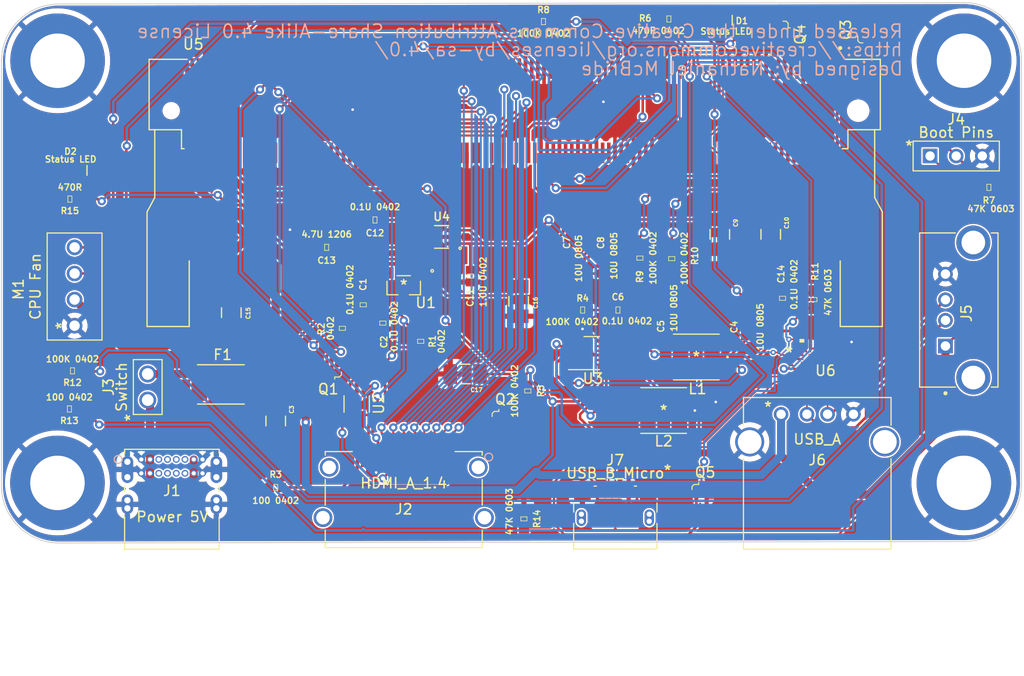
<source format=kicad_pcb>
(kicad_pcb (version 20211014) (generator pcbnew)
  (title_block (title "Compute Module IO Board") (date "2023-01-10") (rev "1") (comment 1 "creativecommons.org/licenses/by/4.0/") (comment 2 "License: CC BY 4.0") (comment 3 "Author: Nathaniel McBride"))
  (layers (0 "F.Cu" signal) (31 "B.Cu" signal) (34 "B.Paste" user) (35 "F.Paste" user) (36 "B.SilkS" user "B.Silkscreen") (37 "F.SilkS" user "F.Silkscreen") (38 "B.Mask" user) (39 "F.Mask" user) (44 "Edge.Cuts" user))
  (net 0 "")
  (net 1 "5V")
  (net 2 "GND")
  (net 3 "+5VD")
  (net 4 "3.3V")
  (net 5 "1.8V")
  (net 6 "Net-(C6-Pad1)")
  (net 7 "Net-(C12-Pad1)")
  (net 8 "/DAC_2V5")
  (net 9 "Net-(D1-PadA)")
  (net 10 "Net-(D1-PadC)")
  (net 11 "Net-(D2-PadA)")
  (net 12 "Net-(F1-Pad1)")
  (net 13 "/HDMI_D2+")
  (net 14 "/HDMI_D2-")
  (net 15 "/HDMI_D1+")
  (net 16 "/HDMI_D1-")
  (net 17 "/HDMI_D0+")
  (net 18 "/HDMI_D0-")
  (net 19 "/HDMI_CK+")
  (net 20 "/HDMI_CK-")
  (net 21 "Net-(J2-Pad13)")
  (net 23 "/HDMI_SCL")
  (net 24 "/HDMI_SDA")
  (net 25 "Net-(J2-Pad19)")
  (net 26 "Net-(J4-Pad2)")
  (net 27 "/VUSB_B")
  (net 28 "Net-(J5-Pad2)")
  (net 29 "Net-(J5-Pad3)")
  (net 30 "Net-(J7-Pad2)")
  (net 31 "Net-(J7-Pad3)")
  (net 32 "Net-(L1-Pad2)")
  (net 33 "Net-(L2-Pad2)")
  (net 34 "/EMMC_DISABLE")
  (net 36 "/EMMC_ENABLE")
  (net 37 "Net-(R10-Pad1)")
  (net 38 "/USB_D+")
  (net 39 "/USB_D-")
  (net 40 "/HDMI_CEC")
  (net 41 "/HDMI_HPD")
  (net 42 "Net-(Q5-Pad3)")
  (net 43 "Net-(R9-Pad1)")
  (net 44 "Net-(R13-Pad1)")
  (net 45 "Net-(R12-Pad1)")
  (net 47 "Net-(J1-Pad10)")
  (net 74 "unconnected-(U5-Pad39)")
  (net 75 "unconnected-(U5-Pad41)")
  (net 80 "/GPIO14")
  (net 82 "/GPIO15")
  (footprint "custom:USB4085-GF-A" (layer "F.Cu") (at 63.522744 81.02748)
    (fp_text reference "J1")
    (fp_text value "Power 5V")
  )
  (footprint "MountingHole:MountingHole_5.3mm_M5_DIN965_Pad_TopBottom" (layer "F.Cu") (at 143.51 83.312)
    (fp_text reference "H4" hide)
    (fp_text value "MountingHole")
  )
  (footprint "custom:CAPC3216X190N" (layer "F.Cu") (at 95.0087 72.71258 180)
    (fp_text reference "C17")
    (fp_text value "EMK316BBJ476ML-T")
  )
  (footprint "custom:CAPC3216X190N" (layer "F.Cu") (at 119.7737 59.12358 -90)
    (fp_text reference "C9")
    (fp_text value "EMK316BBJ476ML-T")
  )
  (footprint "Capacitors:0402" (layer "F.Cu") (at 76.5937 83.76158)
    (fp_text reference "R3")
    (fp_text value "100 0402")
  )
  (footprint "MountingHole:MountingHole_5.3mm_M5_DIN965_Pad_TopBottom" (layer "F.Cu") (at 143.5227 42.23258)
    (fp_text reference "H3" hide)
    (fp_text value "MountingHole")
  )
  (footprint "Capacitors:0402" (layer "F.Cu") (at 101.1047 74.36358 -90)
    (fp_text reference "R5")
    (fp_text value "100K 0402")
  )
  (footprint "Resistors:0402" (layer "F.Cu") (at 102.6287 38.42258)
    (fp_text reference "R8")
    (fp_text value "100K 0402")
  )
  (footprint "Resistors:0402" (layer "F.Cu") (at 83.0707 68.26758 -90)
    (fp_text reference "R2")
    (fp_text value "0402")
  )
  (footprint "custom:PESD3V3L5UY" (layer "F.Cu") (at 84.4677 75.63358 -90)
    (fp_text reference "U2")
    (fp_text value "PESD3V3L5UY" hide)
  )
  (footprint "Resistors:0402" (layer "F.Cu") (at 114.8207 38.16858)
    (fp_text reference "R6")
    (fp_text value "470R 0402")
  )
  (footprint "Resistors:0603" (layer "F.Cu") (at 100.7237 86.80958 -90)
    (fp_text reference "R14")
    (fp_text value "47K 0603")
  )
  (footprint "Capacitors:0402" (layer "F.Cu") (at 95.5167 63.18758 -90)
    (fp_text reference "C11")
    (fp_text value "1.0U 0402")
  )
  (footprint "custom:AP7115-25SEG" (layer "F.Cu") (at 92.7227 59.37758 180)
    (fp_text reference "U4")
    (fp_text value "AP7115-25SEG-7")
  )
  (footprint "Capacitors:0402" (layer "F.Cu") (at 85.1027 65.98158 -90)
    (fp_text reference "C1")
    (fp_text value "0.1U 0402")
  )
  (footprint "Capacitors:0805" (layer "F.Cu") (at 104.7877 62.17158 90)
    (fp_text reference "C7")
    (fp_text value "10U 0805")
  )
  (footprint "Package_DFN_QFN:WDFN-12-1EP_3x3mm_P0.45mm_EP1.7x2.5mm" (layer "F.Cu") (at 106.5657 70.68058)
    (fp_text reference "U3")
    (fp_text value "PAM2306AYPKE")
  )
  (footprint "custom:10118193-0001LF" (layer "F.Cu") (at 109.6137 86.68258)
    (fp_text reference "J7")
    (fp_text value "USB_B_Micro")
  )
  (footprint "Capacitors:0603" (layer "F.Cu") (at 81.5467 60.39358 180)
    (fp_text reference "C13")
    (fp_text value "4.7U 1206")
  )
  (footprint "Resistors:0402" (layer "F.Cu") (at 56.5277 76.11618 180)
    (fp_text reference "R13")
    (fp_text value "100 0402")
  )
  (footprint "MountingHole:MountingHole_5.3mm_M5_DIN965_Pad_TopBottom" (layer "F.Cu") (at 55.3847 42.23258)
    (fp_text reference "H2" hide)
    (fp_text value "MountingHole")
  )
  (footprint "custom:MF-MSMF200-2" (layer "F.Cu") (at 71.2597 73.72858)
    (fp_text reference "F1")
    (fp_text value "MF-MSMF200-2")
  )
  (footprint "custom:CAPC3216X190N" (layer "F.Cu") (at 76.5937 77.28458 -90)
    (fp_text reference "C3")
    (fp_text value "EMK316BBJ476ML-T")
  )
  (footprint "digikey-footprints:SOT-523" (layer "F.Cu") (at 125.8697 39.31158 -90)
    (fp_text reference "Q4")
    (fp_text value "DMG1012T-7")
  )
  (footprint "digikey-footprints:SOT-523" (layer "F.Cu") (at 82.0547 72.45858 180)
    (fp_text reference "Q1")
    (fp_text value "DMG1012T-7")
  )
  (footprint "digikey-footprints:SOT-523" (layer "F.Cu") (at 117.9957 84.01558)
    (fp_text reference "Q5")
    (fp_text value "DMG1012T-7")
  )
  (footprint "custom:AP2331W-7" (layer "F.Cu") (at 89.0397 64.07658 180)
    (fp_text reference "U1")
    (fp_text value "AP2331W-7" hide)
  )
  (footprint "custom:61300211121" (layer "F.Cu") (at 64.1477 75.25258 90)
    (fp_text reference "J3")
    (fp_text value "Switch")
  )
  (footprint "Resistors:0402" (layer "F.Cu") (at 56.5785 55.69458 180)
    (fp_text reference "R15")
    (fp_text value "470R")
  )
  (footprint "digikey-footprints:SOT-523" (layer "F.Cu") (at 98.5647 76.90358)
    (fp_text reference "Q2")
    (fp_text value "DMG1012T-7")
  )
  (footprint "custom:TE_1734366-2" (layer "F.Cu") (at 143.0147 66.48958 90)
    (fp_text reference "J5")
    (fp_text value "USB_A")
  )
  (footprint "custom:10029449-111RLF" (layer "F.Cu") (at 93.539701 80.796257)
    (fp_text reference "J2")
    (fp_text value "HDMI_A_1.4")
  )
  (footprint "custom:CAPC3216X190N" (layer "F.Cu") (at 124.7267 59.12358 -90)
    (fp_text reference "C10")
    (fp_text value "EMK316BBJ476ML-T")
  )
  (footprint "Resistors:0402" (layer "F.Cu") (at 115.1001 61.48578 -90)
    (fp_text reference "R10")
    (fp_text value "100K 0402")
  )
  (footprint "LED:LED-0603" (layer "F.Cu") (at 56.6547 52.90058)
    (fp_text reference "D2")
    (fp_text value "Status LED")
  )
  (footprint "Resistors:0402" (layer "F.Cu") (at 112.0013 61.43498 -90)
    (fp_text reference "R9")
    (fp_text value "100K 0402")
  )
  (footprint "Capacitors:0402" (layer "F.Cu") (at 86.2457 57.72658 180)
    (fp_text reference "C12")
    (fp_text value "0.1U 0402")
  )
  (footprint "Resistors:0603" (layer "F.Cu") (at 128.9177 65.47358 -90)
    (fp_text reference "R11")
    (fp_text value "47K 0603")
  )
  (footprint "Resistors:0603" (layer "F.Cu") (at 145.9357 54.55158 180)
    (fp_text reference "R7")
    (fp_text value "47K 0603")
  )
  (footprint "MountingHole:MountingHole_5.3mm_M5_DIN965_Pad_TopBottom" (layer "F.Cu") (at 55.372 83.312)
    (fp_text reference "H1" hide)
    (fp_text value "MountingHole")
  )
  (footprint "Capacitors:0805" (layer "F.Cu") (at 122.4407 68.14058 90)
    (fp_text reference "C4")
    (fp_text value "10U 0805")
  )
  (footprint "Capacitors:0805" (layer "F.Cu") (at 113.9317 65.85458 90)
    (fp_text reference "C5")
    (fp_text value "10U 0805")
  )
  (footprint "Capacitors:0402" (layer "F.Cu") (at 109.8677 66.48958)
    (fp_text reference "C6")
    (fp_text value "0.1U 0402")
  )
  (footprint "custom:87520-0010BLF" (layer "F.Cu") (at 125.6157 76.52258)
    (fp_text reference "J6")
    (fp_text value "USB_A")
  )
  (footprint "custom:SRN4018-4R7M" (layer "F.Cu") (at 114.3127 76.26858 180)
    (fp_text reference "L2")
    (fp_text value "SRN4018-4R7M" hide)
  )
  (footprint "custom:640452-4" (layer "F.Cu") (at 57.0357 68.01358 90)
    (fp_text reference "M1")
    (fp_text value "CPU Fan")
  )
  (footprint "Capacitors:0402" (layer "F.Cu") (at 87.0077 67.75958 -90)
    (fp_text reference "C2")
    (fp_text value "0.1U 0402")
  )
  (footprint "Resistors:0402" (layer "F.Cu") (at 56.8325 72.40778 180)
    (fp_text reference "R12")
    (fp_text value "100K 0402")
  )
  (footprint "Capacitors:0805" (layer "F.Cu") (at 108.2167 62.04458 90)
    (fp_text reference "C8")
    (fp_text value "10U 0805")
  )
  (footprint "Capacitors:0402" (layer "F.Cu") (at 125.8697 65.34658 -90)
    (fp_text reference "C14")
    (fp_text value "0.1U 0402")
  )
  (footprint "Resistors:0402" (layer "F.Cu") (at 90.6907 69.53758 -90)
    (fp_text reference "R1")
    (fp_text value "0402")
  )
  (footprint "digikey-footprints:SOT-523" (layer "F.Cu") (at 133.7437 39.56558 90)
    (fp_text reference "Q3")
    (fp_text value "DMG1012T-7")
  )
  (footprint "custom:TE_1717254-4" (layer "F.Cu") (at 99.8317 47.09458)
    (fp_text reference "U5")
    (fp_text value "RaspberryPi-CM1")
  )
  (footprint "LED:LED-0603" (layer "F.Cu") (at 119.3927 38.29558)
    (fp_text reference "D1")
    (fp_text value "Status LED")
  )
  (footprint "custom:SRN4018-4R7M" (layer "F.Cu") (at 117.4877 71.06158 180)
    (fp_text reference "L1")
    (fp_text value "SRN4018-4R7M" hide)
  )
  (footprint "custom:CAPC3216X190N" (layer "F.Cu") (at 100.2157 65.64958 -90)
    (fp_text reference "C16")
    (fp_text value "EMK316BBJ476ML-T")
  )
  (footprint "custom:M20-9990345" (layer "F.Cu") (at 140.2207 51.50358)
    (fp_text reference "J4")
    (fp_text value "Boot Pins")
  )
  (footprint "Resistors:0402" (layer "F.Cu") (at 106.4387 66.48958)
    (fp_text reference "R4")
    (fp_text value "100K 0402")
  )
  (footprint "custom:CAPC3216X190N" (layer "F.Cu") (at 72.2757 66.74358 -90)
    (fp_text reference "C15")
    (fp_text value "EMK316BBJ476ML-T")
  )
  (footprint "custom:FSUSB42UMX" (layer "F.Cu") (at 128.1557 71.06158)
    (fp_text reference "U6")
    (fp_text value "FSUSB42UMX" hide)
  )
  (footprint "Aesthetics:CREATIVE_COMMONS" (layer "B.Cu") (at 107.188 101.854 180)
    (fp_text reference "" hide)
    (fp_text value "" hide)
  )
  (gr_arc (start 149.098 83.424687) (mid 147.461313 87.376) (end 143.51 89.012687) (layer "Edge.Cuts") (width 0.1))
  (gr_line (start 49.925313 42.305313) (end 49.925313 83.566) (layer "Edge.Cuts") (width 0.1))
  (gr_arc (start 49.925313 42.305313) (mid 51.562 38.354) (end 55.513313 36.717313) (layer "Edge.Cuts") (width 0.1))
  (gr_line (start 55.513313 89.154) (end 143.51 89.012687) (layer "Edge.Cuts") (width 0.1))
  (gr_arc (start 55.513313 89.154) (mid 51.562 87.517313) (end 49.925313 83.566) (layer "Edge.Cuts") (width 0.1))
  (gr_arc (start 143.51 36.576) (mid 147.461313 38.212687) (end 149.098 42.164) (layer "Edge.Cuts") (width 0.1))
  (gr_line (start 55.513313 36.717313) (end 143.51 36.576) (layer "Edge.Cuts") (width 0.1))
  (gr_line (start 149.098 42.164) (end 149.098 83.424687) (layer "Edge.Cuts") (width 0.1))
  (segment (start 105.85958 66.48958) (end 105.85958 64.14262) (width 0.25) (layer "F.Cu") (net 1))
  (segment (start 79.5147 75.88758) (end 79.5147 77.41158) (width 0.781) (layer "F.Cu") (net 1))
  (segment (start 107.7827 73.42158) (end 106.9467 72.58558) (width 0.25) (layer "F.Cu") (net 1))
  (segment (start 85.1027 63.82258) (end 85.1027 65.40246) (width 0.25) (layer "F.Cu") (net 1))
  (segment (start 106.0577 75.37958) (end 108.0157 73.42158) (width 0.25) (layer "F.Cu") (net 1))
  (segment (start 141.7147 76.973066) (end 134.232766 84.455) (width 0.781) (layer "F.Cu") (net 1))
  (segment (start 106.62666 63.37554) (end 106.62666 61.08724) (width 0.25) (layer "F.Cu") (net 1))
  (segment (start 134.232766 84.455) (end 129.54 84.455) (width 0.781) (layer "F.Cu") (net 1))
  (segment (start 86.0487 62.87658) (end 85.1027 63.82258) (width 0.25) (layer "F.Cu") (net 1))
  (segment (start 103.60858 68.8117) (end 103.0097 69.41058) (width 0.25) (layer "F.Cu") (net 1))
  (segment (start 105.1157 69.55558) (end 105.85958 68.8117) (width 0.25) (layer "F.Cu") (net 1))
  (segment (start 108.0157 73.42158) (end 108.0157 71.80558) (width 0.25) (layer "F.Cu") (net 1))
  (segment (start 76.5937 70.80758) (end 76.5937 62.17158) (width 0.781) (layer "F.Cu") (net 1))
  (segment (start 107.05846 62.94374) (end 106.62666 63.37554) (width 0.25) (layer "F.Cu") (net 1))
  (segment (start 68.7817 54.35958) (end 68.7817 51.19458) (width 0.781) (layer "F.Cu") (net 1))
  (segment (start 106.62666 61.08724) (end 110.03632 57.67758) (width 0.25) (layer "F.Cu") (net 1))
  (segment (start 76.5937 70.80758) (end 75.7047 69.91858) (width 0.781) (layer "F.Cu") (net 1))
  (segment (start 108.0157 73.42158) (end 107.7827 73.42158) (width 0.25) (layer "F.Cu") (net 1))
  (segment (start 68.1817 51.19458) (end 68.1817 43.29458) (width 0.781) (layer "F.Cu") (net 1))
  (segment (start 82.63382 65.40246) (end 76.5937 71.44258) (width 0.25) (layer "F.Cu") (net 1))
  (segment (start 108.2167 62.94374) (end 107.05846 62.94374) (width 0.25) (layer "F.Cu") (net 1))
  (segment (start 103.5177 75.37958) (end 106.0577 75.37958) (width 0.25) (layer "F.Cu") (net 1))
  (segment (start 141.7147 69.98958) (end 141.7147 76.973066) (width 0.781) (layer "F.Cu") (net 1))
  (segment (start 76.5937 74.49058) (end 76.5937 75.83858) (width 0.781) (layer "F.Cu") (net 1))
  (segment (start 106.62666 63.37554) (end 105.85958 64.14262) (width 0.25) (layer "F.Cu") (net 1))
  (segment (start 103.0097 69.41058) (end 103.0097 74.87158) (width 0.25) (layer "F.Cu") (net 1))
  (segment (start 72.2757 61.02858) (end 73.8632 59.44108) (width 0.781) (layer "F.Cu") (net 1))
  (segment (start 68.7817 43.29458) (end 69.0817 42.99458) (width 0.25) (layer "F.Cu") (net 1))
  (segment (start 75.8317 73.72858) (end 76.5937 72.96658) (width 0.781) (layer "F.Cu") (net 1))
  (segment (start 75.8317 73.72858) (end 76.5937 74.49058) (width 0.781) (layer "F.Cu") (net 1))
  (segment (start 119.7737 57.67758) (end 124.7267 57.67758) (width 0.25) (layer "F.Cu") (net 1))
  (segment (start 105.85958 64.14262) (end 104.7877 63.07074) (width 0.25) (layer "F.Cu") (net 1))
  (segment (start 129.54 84.455) (end 125.73 80.645) (width 0.781) (layer "F.Cu") (net 1))
  (segment (start 87.8397 62.87658) (end 86.0487 62.87658) (width 0.25) (layer "F.Cu") (net 1))
  (segment (start 73.3597 73.72858) (end 75.8317 73.72858) (width 0.781) (layer "F.Cu") (net 1))
  (segment (start 110.03632 57.67758) (end 119.7737 57.67758) (width 0.25) (layer "F.Cu") (net 1))
  (segment (start 61.4807 69.91858) (end 57.0357 65.47358) (width 0.781) (layer "F.Cu") (net 1))
  (segment (start 85.1027 65.40246) (end 82.63382 65.40246) (width 0.25) (layer "F.Cu") (net 1))
  (segment (start 105.85958 68.8117) (end 105.85958 66.48958) (width 0.25) (layer "F.Cu") (net 1))
  (segment (start 73.8632 59.44108) (end 68.7817 54.35958) (width 0.781) (layer "F.Cu") (net 1))
  (segment (start 75.7047 69.91858) (end 61.4807 69.91858) (width 0.781) (layer "F.Cu") (net 1))
  (segment (start 72.2757 65.29758) (end 72.2757 61.02858) (width 0.781) (layer "F.Cu") (net 1))
  (segment (start 76.5937 74.49058) (end 78.1177 74.49058) (width 0.781) (layer "F.Cu") (net 1))
  (segment (start 103.0097 74.87158) (end 103.5177 75.37958) (width 0.25) (layer "F.Cu") (net 1))
  (segment (start 125.7317 80.6433) (end 125.7317 76.630571) (width 0.781) (layer "F.Cu") (net 1))
  (segment (start 105.1157 72.40558) (end 105.1157 71.80558) (width 0.25) (layer "F.Cu") (net 1))
  (segment (start 105.2957 72.58558) (end 105.1157 72.40558) (width 0.25) (layer "F.Cu") (net 1))
  (segment (start 143.6497 68.05458) (end 141.7147 69.98958) (width 0.25) (layer "F.Cu") (net 1))
  (segment (start 68.7817 51.19458) (end 68.7817 43.29458) (width 0.781) (layer "F.Cu") (net 1))
  (segment (start 76.5937 62.17158) (end 73.8632 59.44108) (width 0.781) (layer "F.Cu") (net 1))
  (segment (start 76.5937 71.44258) (end 76.5937 70.80758) (width 0.781) (layer "F.Cu") (net 1))
  (segment (start 68.7817 54.35958) (end 68.1817 53.75958) (width 0.781) (layer "F.Cu") (net 1))
  (segment (start 105.85958 68.8117) (end 103.60858 68.8117) (width 0.25) (layer "F.Cu") (net 1))
  (segment (start 106.9467 72.58558) (end 105.2957 72.58558) (width 0.25) (layer "F.Cu") (net 1))
  (segment (start 125.73 80.645) (end 125.7317 80.6433) (width 0.25) (layer "F.Cu") (net 1))
  (segment (start 78.1177 74.49058) (end 79.5147 75.88758) (width 0.781) (layer "F.Cu") (net 1))
  (segment (start 68.1817 43.29458) (end 68.4817 42.99458) (width 0.25) (layer "F.Cu") (net 1))
  (segment (start 68.1817 53.75958) (end 68.1817 51.19458) (width 0.781) (layer "F.Cu") (net 1))
  (segment (start 76.5937 72.96658) (end 76.5937 71.44258) (width 0.781) (layer "F.Cu") (net 1))
  (via (at 79.5147 77.41158) (size 0.8) (drill 0.4) (layers "F.Cu" "B.Cu") (net 1))
  (via (at 103.5177 75.37958) (size 0.8) (drill 0.4) (layers "F.Cu" "B.Cu") (net 1))
  (segment (start 100.0887 84.01558) (end 101.89464 82.20964) (width 0.781) (layer "B.Cu") (net 1))
  (segment (start 125.7317 80.6433) (end 125.7317 76.630571) (width 0.781) (layer "B.Cu") (net 1))
  (segment (start 123.825 82.55) (end 125.7317 80.6433) (width 0.781) (layer "B.Cu") (net 1))
  (segment (start 101.89464 82.20964) (end 102.235 82.55) (width 0.781) (layer "B.Cu") (net 1))
  (segment (start 79.5147 77.41158) (end 79.5147 83.50758) (width 0.781) (layer "B.Cu") (net 1))
  (segment (start 80.0227 84.01558) (end 100.0887 84.01558) (width 0.781) (layer "B.Cu") (net 1))
  (segment (start 102.235 82.55) (end 123.825 82.55) (width 0.781) (layer "B.Cu") (net 1))
  (segment (start 79.5147 83.50758) (end 80.0227 84.01558) (width 0.781) (layer "B.Cu") (net 1))
  (segment (start 103.5177 80.58658) (end 103.5177 75.37958) (width 0.25) (layer "B.Cu") (net 1))
  (segment (start 101.89464 82.20964) (end 103.5177 80.58658) (width 0.25) (layer "B.Cu") (net 1))
  (via (at 132.588 69.596) (size 0.508) (drill 0.254) (layers "F.Cu" "B.Cu") (net 2))
  (via (at 84.074 46.99) (size 0.508) (drill 0.254) (layers "F.Cu" "B.Cu") (net 2))
  (via (at 106.426 68.326) (size 0.508) (drill 0.254) (layers "F.Cu" "B.Cu") (net 2))
  (via (at 77.978 58.674) (size 0.508) (drill 0.254) (layers "F.Cu" "B.Cu") (net 2))
  (via (at 86.36 82.296) (size 0.508) (drill 0.254) (layers "F.Cu" "B.Cu") (net 2))
  (via (at 119.38 75.438) (size 0.508) (drill 0.254) (layers "F.Cu" "B.Cu") (net 2))
  (via (at 108.458 46.228) (size 0.508) (drill 0.254) (layers "F.Cu" "B.Cu") (net 2))
  (segment (start 85.0397 76.77558) (end 85.117699 76.697581) (width 0.25) (layer "F.Cu") (net 3))
  (segment (start 83.0707 67.68846) (end 85.80012 67.68846) (width 0.25) (layer "F.Cu") (net 3))
  (segment (start 85.80012 67.68846) (end 85.9917 67.49688) (width 0.25) (layer "F.Cu") (net 3))
  (segment (start 85.0397 80.796257) (end 85.0397 76.77558) (width 0.25) (layer "F.Cu") (net 3))
  (segment (start 88.91158 65.27658) (end 87.98814 66.20002) (width 0.25) (layer "F.Cu") (net 3))
  (segment (start 85.9917 67.49688) (end 86.30812 67.18046) (width 0.25) (layer "F.Cu") (net 3))
  (segment (start 85.117699 76.697581) (end 85.689699 76.697581) (width 0.25) (layer "F.Cu") (net 3))
  (segment (start 89.0397 67.25158) (end 87.98814 66.20002) (width 0.25) (layer "F.Cu") (net 3))
  (segment (start 89.0397 67.50558) (end 89.0397 67.25158) (width 0.25) (layer "F.Cu") (net 3))
  (segment (start 90.49258 68.95846) (end 89.0397 67.50558) (width 0.25) (layer "F.Cu") (net 3))
  (segment (start 85.689699 76.697581) (end 86.4997 75.88758) (width 0.25) (layer "F.Cu") (net 3))
  (segment (start 85.9917 70.87846) (end 85.9917 67.49688) (width 0.25) (layer "F.Cu") (net 3))
  (segment (start 90.6907 68.95846) (end 90.49258 68.95846) (width 0.25) (layer "F.Cu") (net 3))
  (segment (start 86.4997 75.88758) (end 86.4997 74.87158) (width 0.25) (layer "F.Cu") (net 3))
  (segment (start 86.30812 67.18046) (end 87.0077 67.18046) (width 0.25) (layer "F.Cu") (net 3))
  (segment (start 85.06158 71.80858) (end 85.9917 70.87846) (width 0.25) (layer "F.Cu") (net 3))
  (segment (start 82.5547 71.80858) (end 85.06158 71.80858) (width 0.25) (layer "F.Cu") (net 3))
  (segment (start 89.0397 65.27658) (end 88.91158 65.27658) (width 0.25) (layer "F.Cu") (net 3))
  (segment (start 87.98814 66.20002) (end 87.0077 67.18046) (width 0.25) (layer "F.Cu") (net 3))
  (via (at 86.4997 74.87158) (size 0.8) (drill 0.4) (layers "F.Cu" "B.Cu") (net 3))
  (via (at 89.0397 67.50558) (size 0.8) (drill 0.4) (layers "F.Cu" "B.Cu") (net 3))
  (segment (start 89.0397 72.33158) (end 89.0397 67.50558) (width 0.25) (layer "B.Cu") (net 3))
  (segment (start 86.4997 74.87158) (end 89.0397 72.33158) (width 0.25) (layer "B.Cu") (net 3))
  (segment (start 117.8057 39.24858) (end 114.5667 39.24858) (width 0.25) (layer "F.Cu") (net 4))
  (segment (start 59.4741 55.69458) (end 57.15762 55.69458) (width 0.25) (layer "F.Cu") (net 4))
  (segment (start 73.3679 56.27878) (end 71.9455 56.27878) (width 0.25) (layer "F.Cu") (net 4))
  (segment (start 100.2157 64.20358) (end 99.3267 65.09258) (width 0.25) (layer "F.Cu") (net 4))
  (segment (start 123.9647 65.72758) (end 124.4727 66.23558) (width 0.25) (layer "F.Cu") (net 4))
  (segment (start 69.9817 52.89258) (end 69.9817 51.19458) (width 0.25) (layer "F.Cu") (net 4))
  (segment (start 93.2307 65.09258) (end 92.0877 63.94958) (width 0.25) (layer "F.Cu") (net 4))
  (segment (start 123.4567 71.06158) (end 124.9807 69.53758) (width 0.25) (layer "F.Cu") (net 4))
  (segment (start 70.2817 42.99458) (end 70.1817 43.09458) (width 0.25) (layer "F.Cu") (net 4))
  (segment (start 70.1817 43.09458) (end 70.1817 50.99458) (width 0.25) (layer "F.Cu") (net 4))
  (segment (start 99.3267 65.09258) (end 93.2307 65.09258) (width 0.25) (layer "F.Cu") (net 4))
  (segment (start 128.9177 64.62522) (end 128.62306 64.62522) (width 0.25) (layer "F.Cu") (net 4))
  (segment (start 128.1557 69.02958) (end 128.1557 70.234881) (width 0.15) (layer "F.Cu") (net 4))
  (segment (start 100.2007 60.02758) (end 100.2157 60.04258) (width 0.25) (layer "F.Cu") (net 4))
  (segment (start 124.4727 69.02958) (end 124.9807 69.53758) (width 0.25) (layer "F.Cu") (net 4))
  (segment (start 125.8697 67.37858) (end 125.8697 68.39458) (width 0.2) (layer "F.Cu") (net 4))
  (segment (start 73.3679 56.27878) (end 70.5817 53.49258) (width 0.25) (layer "F.Cu") (net 4))
  (segment (start 103.8987 71.64225) (end 103.8987 72.83958) (width 0.25) (layer "F.Cu") (net 4))
  (segment (start 121.9327 72.33158) (end 120.6627 71.06158) (width 0.25) (layer "F.Cu") (net 4))
  (segment (start 103.1367 57.72658) (end 100.8357 60.02758) (width 0.25) (layer "F.Cu") (net 4))
  (segment (start 71.9455 56.27878) (end 70.9549 55.28818) (width 0.25) (layer "F.Cu") (net 4))
  (segment (start 95.4717 58.72758) (end 93.7027 58.72758) (width 0.25) (layer "F.Cu") (net 4))
  (segment (start 91.4527 61.53658) (end 78.6257 61.53658) (width 0.25) (layer "F.Cu") (net 4))
  (segment (start 100.2157 60.04258) (end 100.2157 64.20358) (width 0.25) (layer "F.Cu") (net 4))
  (segment (start 122.4407 69.28358) (end 120.6627 71.06158) (width 0.25) (layer "F.Cu") (net 4))
  (segment (start 92.0877 63.94958) (end 92.0877 62.17158) (width 0.25) (layer "F.Cu") (net 4))
  (segment (start 121.4247 64.58458) (end 122.5677 65.72758) (width 0.25) (layer "F.Cu") (net 4))
  (segment (start 95.5167 62.60846) (end 95.5167 60.04258) (width 0.25) (layer "F.Cu") (net 4))
  (segment (start 120.6627 71.06158) (end 119.0117 71.06158) (width 0.25) (layer "F.Cu") (net 4))
  (segment (start 70.5817 53.49258) (end 69.9817 52.89258) (width 0.25) (layer "F.Cu") (net 4))
  (segment (start 104.6607 73.60158) (end 106.0577 73.60158) (width 0.25) (layer "F.Cu") (net 4))
  (segment (start 122.4407 69.03974) (end 122.4407 69.28358) (width 0.25) (layer "F.Cu") (net 4))
  (segment (start 95.5317 60.02758) (end 93.7027 60.02758) (width 0.25) (layer "F.Cu") (net 4))
  (segment (start 119.2657 40.70858) (end 117.8057 39.24858) (width 0.25) (layer "F.Cu") (net 4))
  (segment (start 70.1817 50.99458) (end 69.9817 51.19458) (width 0.25) (layer "F.Cu") (net 4))
  (segment (start 122.5677 65.72758) (end 123.9647 65.72758) (width 0.25) (layer "F.Cu") (net 4))
  (segment (start 70.5817 43.29458) (end 70.8817 42.99458) (width 0.25) (layer "F.Cu") (net 4))
  (segment (start 104.63537 70.90558) (end 103.8987 71.64225) (width 0.25) (layer "F.Cu") (net 4))
  (segment (start 92.0877 62.17158) (end 91.4527 61.53658) (width 0.25) (layer "F.Cu") (net 4))
  (segment (start 70.5817 51.19458) (end 70.5817 43.29458) (width 0.25) (layer "F.Cu") (net 4))
  (segment (start 119.2657 40.70858) (end 119.2657 47.43958) (width 0.25) (layer "F.Cu") (net 4))
  (segment (start 114.5667 39.24858) (end 114.24158 38.92346) (width 0.25) (layer "F.Cu") (net 4))
  (segment (start 124.9807 69.53758) (end 125.9967 68.52158) (width 0.25) (layer "F.Cu") (net 4))
  (segment (start 127.6477 68.52158) (end 128.1557 69.02958) (width 0.15) (layer "F.Cu") (net 4))
  (segment (start 124.4727 66.23558) (end 124.4727 69.02958) (width 0.25) (layer "F.Cu") (net 4))
  (segment (start 125.9967 68.52158) (end 127.6477 68.52158) (width 0.25) (layer "F.Cu") (net 4))
  (segment (start 128.62306 64.62522) (end 125.8697 67.37858) (width 0.25) (layer "F.Cu") (net 4))
  (segment (start 96.7717 60.02758) (end 95.4717 58.72758) (width 0.25) (layer "F.Cu") (net 4))
  (segment (start 125.8697 68.39458) (end 125.9967 68.52158) (width 0.2) (layer "F.Cu") (net 4))
  (segment (start 114.24158 38.92346) (end 114.24158 38.16858) (width 0.25) (layer "F.Cu") (net 4))
  (segment (start 95.5167 60.04258) (end 95.5317 60.02758) (width 0.25) (layer "F.Cu") (net 4))
  (segment (start 100.2007 60.02758) (end 96.7717 60.02758) (width 0.25) (layer "F.Cu") (net 4))
  (segment (start 59.6773 55.89778) (end 59.4741 55.69458) (width 0.25) (layer "F.Cu") (net 4))
  (segment (start 120.6627 71.06158) (end 123.4567 71.06158) (width 0.25) (layer "F.Cu") (net 4))
  (segment (start 125.8697 65.9257) (end 125.8697 67.37858) (width 0.2) (layer "F.Cu") (net 4))
  (segment (start 100.8357 60.02758) (end 100.2007 60.02758) (width 0.25) (layer "F.Cu") (net 4))
  (segment (start 103.8987 72.83958) (end 104.6607 73.60158) (width 0.25) (layer "F.Cu") (net 4))
  (segment (start 105.1157 70.90558) (end 104.63537 70.90558) (width 0.25) (layer "F.Cu") (net 4))
  (segment (start 96.7717 60.02758) (end 95.5317 60.02758) (width 0.25) (layer "F.Cu") (net 4))
  (segment (start 78.6257 61.53658) (end 73.3679 56.27878) (width 0.25) (layer "F.Cu") (net 4))
  (segment (start 70.5817 53.49258) (end 70.5817 51.19458) (width 0.25) (layer "F.Cu") (net 4))
  (via (at 121.4247 64.58458) (size 0.8) (drill 0.4) (layers "F.Cu" "B.Cu") (net 4))
  (via (at 103.1367 57.72658) (size 0.8) (drill 0.4) (layers "F.Cu" "B.Cu") (net 4))
  (via (at 59.6773 55.89778) (size 0.8) (drill 0.4) (layers "F.Cu" "B.Cu") (net 4))
  (via (at 106.0577 73.60158) (size 0.8) (drill 0.4) (layers "F.Cu" "B.Cu") (net 4))
  (via (at 70.9549 55.28818) (size 0.8) (drill 0.4) (layers "F.Cu" "B.Cu") (net 4))
  (via (at 121.9327 72.33158) (size 0.8) (drill 0.4) (layers "F.Cu" "B.Cu") (net 4))
  (via (at 119.2657 47.43958) (size 0.8) (drill 0.4) (layers "F.Cu" "B.Cu") (net 4))
  (segment (start 107.7087 73.60158) (end 120.6627 73.60158) (width 0.25) (layer "B.Cu") (net 4))
  (segment (start 119.2657 47.43958) (end 119.2657 62.42558) (width 0.25) (layer "B.Cu") (net 4))
  (segment (start 107.7087 62.29858) (end 103.1367 57.72658) (width 0.25) (layer "B.Cu") (net 4))
  (segment (start 106.0577 73.60158) (end 107.7087 73.60158) (width 0.25) (layer "B.Cu") (net 4))
  (segment (start 120.6627 73.60158) (end 121.9327 72.33158) (width 0.25) (layer "B.Cu") (net 4))
  (segment (start 107.7087 73.60158) (end 107.7087 62.29858) (width 0.25) (layer "B.Cu") (net 4))
  (segment (start 119.2657 62.42558) (end 121.4247 64.58458) (width 0.25) (layer "B.Cu") (net 4))
  (segment (start 70.9549 55.28818) (end 60.2869 55.28818) (width 0.25) (layer "B.Cu") (net 4))
  (segment (start 60.2869 55.28818) (end 59.6773 55.89778) (width 0.25) (layer "B.Cu") (net 4))
  (segment (start 98.3107 72.71258) (end 93.1037 67.50558) (width 0.25) (layer "F.Cu") (net 5))
  (segment (start 101.3587 73.53046) (end 101.1047 73.78446) (width 0.25) (layer "F.Cu") (net 5))
  (segment (start 72.9107 53.28158) (end 72.9817 53.21058) (width 0.25) (layer "F.Cu") (net 5))
  (segment (start 72.9817 53.21058) (end 72.9817 51.19458) (width 0.25) (layer "F.Cu") (net 5))
  (segment (start 100.9777 72.71258) (end 98.3107 72.71258) (width 0.25) (layer "F.Cu") (net 5))
  (segment (start 72.6817 42.99458) (end 72.6817 50.89458) (width 0.25) (layer "F.Cu") (net 5))
  (segment (start 74.8157 38.42258) (end 73.2817 39.95658) (width 0.25) (layer "F.Cu") (net 5))
  (segment (start 108.0157 70.45558) (end 110.0237 70.45558) (width 0.25) (layer "F.Cu") (net 5))
  (segment (start 101.3587 72.33158) (end 100.9777 72.71258) (width 0.25) (layer "F.Cu") (net 5))
  (segment (start 111.4207 69.05858) (end 111.6747 69.05858) (width 0.25) (layer "F.Cu") (net 5))
  (segment (start 72.6817 50.89458) (end 72.3817 51.19458) (width 0.25) (layer "F.Cu") (net 5))
  (segment (start 113.9317 66.75374) (end 113.72554 66.75374) (width 0.25) (layer "F.Cu") (net 5))
  (segment (start 111.6747 69.05858) (end 113.4237 70.80758) (width 0.25) (layer "F.Cu") (net 5))
  (segment (start 102.04958 38.42258) (end 74.8157 38.42258) (width 0.25) (layer "F.Cu") (net 5))
  (segment (start 73.2817 39.95658) (end 73.2817 42.99458) (width 0.25) (layer "F.Cu") (net 5))
  (segment (start 72.9817 51.19458) (end 72.9817 43.29458) (width 0.25) (layer "F.Cu") (net 5))
  (segment (start 110.0237 70.45558) (end 115.8367 76.26858) (width 0.25) (layer "F.Cu") (net 5))
  (segment (start 101.3587 72.33158) (end 101.3587 73.53046) (width 0.25) (layer "F.Cu") (net 5))
  (segment (start 91.3257 54.67858) (end 74.3077 54.67858) (width 0.25) (layer "F.Cu") (net 5))
  (segment (start 72.3817 52.75258) (end 72.3817 51.19458) (width 0.25) (layer "F.Cu") (net 5))
  (segment (start 74.3077 54.67858) (end 72.9107 53.28158) (width 0.25) (layer "F.Cu") (net 5))
  (segment (start 98.3107 72.71258) (end 96.4547 72.71258) (width 0.25) (layer "F.Cu") (net 5))
  (segment (start 113.72554 66.75374) (end 111.4207 69.05858) (width 0.25) (layer "F.Cu") (net 5))
  (segment (start 72.9107 53.28158) (end 72.3817 52.75258) (width 0.25) (layer "F.Cu") (net 5))
  (segment (start 72.9817 43.29458) (end 73.2817 42.99458) (width 0.25) (layer "F.Cu") (net 5))
  (segment (start 111.4207 69.05858) (end 110.0237 70.45558) (width 0.25) (layer "F.Cu") (net 5))
  (via (at 113.4237 70.80758) (size 0.8) (drill 0.4) (layers "F.Cu" "B.Cu") (net 5))
  (via (at 91.3257 54.67858) (size 0.8) (drill 0.4) (layers "F.Cu" "B.Cu") (net 5))
  (via (at 93.1037 67.50558) (size 0.8) (drill 0.4) (layers "F.Cu" "B.Cu") (net 5))
  (via (at 101.3587 72.33158) (size 0.8) (drill 0.4) (layers "F.Cu" "B.Cu") (net 5))
  (segment (start 104.1527 74.49058) (end 102.5017 74.49058) (width 0.25) (layer "B.Cu") (net 5))
  (segment (start 101.3587 73.34758) (end 101.3587 72.33158) (width 0.25) (layer "B.Cu") (net 5))
  (segment (start 93.1037 56.45658) (end 91.3257 54.67858) (width 0.25) (layer "B.Cu") (net 5))
  (segment (start 93.1037 67.50558) (end 93.1037 56.45658) (width 0.25) (layer "B.Cu") (net 5))
  (segment (start 105.4227 77.66558) (end 104.4067 76.64958) (width 0.25) (layer "B.Cu") (net 5))
  (segment (start 124.0917 72.83958) (end 119.2657 77.66558) (width 0.25) (layer "B.Cu") (net 5))
  (segment (start 104.4067 76.64958) (end 104.4067 74.74458) (width 0.25) (layer "B.Cu") (net 5))
  (segment (start 122.0597 70.80758) (end 124.0917 72.83958) (width 0.25) (layer "B.Cu") (net 5))
  (segment (start 102.5017 74.49058) (end 101.3587 73.34758) (width 0.25) (layer "B.Cu") (net 5))
  (segment (start 119.2657 77.66558) (end 105.4227 77.66558) (width 0.25) (layer "B.Cu") (net 5))
  (segment (start 113.4237 70.80758) (end 122.0597 70.80758) (width 0.25) (layer "B.Cu") (net 5))
  (segment (start 104.4067 74.74458) (end 104.1527 74.49058) (width 0.25) (layer "B.Cu") (net 5))
  (segment (start 107.01782 66.48958) (end 107.01782 68.5577) (width 0.25) (layer "F.Cu") (net 6))
  (segment (start 107.01782 66.48958) (end 109.28858 66.48958) (width 0.25) (layer "F.Cu") (net 6))
  (segment (start 107.01782 68.5577) (end 108.0157 69.55558) (width 0.25) (layer "F.Cu") (net 6))
  (segment (start 90.7417 57.72658) (end 86.82482 57.72658) (width 0.25) (layer "F.Cu") (net 7))
  (segment (start 91.7427 58.72758) (end 90.7417 57.72658) (width 0.25) (layer "F.Cu") (net 7))
  (segment (start 71.1817 53.23258) (end 71.1817 51.19458) (width 0.25) (layer "F.Cu") (net 8))
  (segment (start 71.1327 53.28158) (end 71.1817 53.23258) (width 0.25) (layer "F.Cu") (net 8))
  (segment (start 91.7427 60.02758) (end 91.3767 60.39358) (width 0.25) (layer "F.Cu") (net 8))
  (segment (start 71.1817 51.19458) (end 71.1817 44.51958) (width 0.25) (layer "F.Cu") (net 8))
  (segment (start 71.1817 44.51958) (end 71.4817 44.21958) (width 0.25) (layer "F.Cu") (net 8))
  (segment (start 73.6727 55.82158) (end 71.1327 53.28158) (width 0.25) (layer "F.Cu") (net 8))
  (segment (start 91.3767 60.39358) (end 82.39506 60.39358) (width 0.25) (layer "F.Cu") (net 8))
  (segment (start 77.82306 55.82158) (end 73.6727 55.82158) (width 0.25) (layer "F.Cu") (net 8))
  (segment (start 82.39506 60.39358) (end 77.82306 55.82158) (width 0.25) (layer "F.Cu") (net 8))
  (segment (start 71.4817 44.21958) (end 71.4817 42.99458) (width 0.25) (layer "F.Cu") (net 8))
  (segment (start 115.39982 38.16858) (end 118.3894 38.16858) (width 0.25) (layer "F.Cu") (net 9))
  (segment (start 118.3894 38.16858) (end 118.5164 38.29558) (width 0.25) (layer "F.Cu") (net 9))
  (segment (start 128.1557 38.93058) (end 127.7747 39.31158) (width 0.25) (layer "F.Cu") (net 10))
  (segment (start 120.269 38.29558) (end 120.278 38.28658) (width 0.25) (layer "F.Cu") (net 10))
  (segment (start 134.2587 38.93058) (end 128.1557 38.93058) (width 0.25) (layer "F.Cu") (net 10))
  (segment (start 127.7747 39.31158) (end 126.5197 39.31158) (width 0.25) (layer "F.Cu") (net 10))
  (segment (start 127.5117 38.28658) (end 128.1557 38.93058) (width 0.25) (layer "F.Cu") (net 10))
  (segment (start 134.3937 39.06558) (end 134.2587 38.93058) (width 0.25) (layer "F.Cu") (net 10))
  (segment (start 120.278 38.28658) (end 127.5117 38.28658) (width 0.25) (layer "F.Cu") (net 10))
  (segment (start 55.7784 55.4736) (end 55.99938 55.69458) (width 0.25) (layer "F.Cu") (net 11))
  (segment (start 55.7784 52.90058) (end 55.7784 55.4736) (width 0.25) (layer "F.Cu") (net 11))
  (segment (start 64.1477 72.71258) (end 68.1437 72.71258) (width 0.781) (layer "F.Cu") (net 12))
  (segment (start 68.1437 72.71258) (end 69.1597 73.72858) (width 0.25) (layer "F.Cu") (net 12))
  (segment (start 93.539701 78.753579) (end 94.3737 77.91958) (width 0.2) (layer "F.Cu") (net 13))
  (segment (start 93.539701 80.796257) (end 93.539701 78.753579) (width 0.2) (layer "F.Cu") (net 13))
  (segment (start 90.9447 40.83558) (end 89.8657 40.83558) (width 0.2) (layer "F.Cu") (net 13))
  (segment (start 88.8817 41.81958) (end 88.8817 42.99458) (width 0.2) (layer "F.Cu") (net 13))
  (segment (start 89.8657 40.83558) (end 88.8817 41.81958) (width 0.2) (layer "F.Cu") (net 13))
  (via (at 94.3737 77.91958) (size 0.8) (drill 0.4) (layers "F.Cu" "B.Cu") (net 13))
  (via (at 90.9447 40.83558) (size 0.8) (drill 0.4) (layers "F.Cu" "B.Cu") (net 13))
  (segment (start 98.8187 40.83558) (end 90.9447 40.83558) (width 0.2) (layer "B.Cu") (net 13))
  (segment (start 101.7397 43.75658) (end 98.8187 40.83558) (width 0.2) (layer "B.Cu") (net 13))
  (segment (start 101.7397 70.55358) (end 101.7397 43.75658) (width 0.2) (layer "B.Cu") (net 13))
  (segment (start 94.3737 77.91958) (end 101.7397 70.55358) (width 0.2) (layer "B.Cu") (net 13))
  (segment (start 89.4207 45.66158) (end 89.4817 45.60058) (width 0.2) (layer "F.Cu") (net 14))
  (segment (start 100.9777 46.639901) (end 98.108021 49.50958) (width 0.2) (layer "F.Cu") (net 14))
  (segment (start 98.108021 49.50958) (end 93.1417 49.50958) (width 0.2) (layer "F.Cu") (net 14))
  (segment (start 89.4817 45.60058) (end 89.4817 42.99458) (width 0.2) (layer "F.Cu") (net 14))
  (segment (start 93.1417 49.50958) (end 89.4207 45.78858) (width 0.2) (layer "F.Cu") (net 14))
  (segment (start 92.5397 78.73758) (end 93.3577 77.91958) (width 0.2) (layer "F.Cu") (net 14))
  (segment (start 100.9777 46.29658) (end 100.9777 46.639901) (width 0.2) (layer "F.Cu") (net 14))
  (segment (start 92.5397 80.796257) (end 92.5397 78.73758) (width 0.2) (layer "F.Cu") (net 14))
  (segment (start 89.4207 45.78858) (end 89.4207 45.66158) (width 0.2) (layer "F.Cu") (net 14))
  (via (at 100.9777 46.29658) (size 0.8) (drill 0.4) (layers "F.Cu" "B.Cu") (net 14))
  (via (at 93.3577 77.91958) (size 0.8) (drill 0.4) (layers "F.Cu" "B.Cu") (net 14))
  (segment (start 93.3577 77.91958) (end 100.9777 70.29958) (width 0.2) (layer "B.Cu") (net 14))
  (segment (start 100.9777 70.29958) (end 100.9777 46.29658) (width 0.2) (layer "B.Cu") (net 14))
  (segment (start 99.9617 45.66158) (end 99.9617 47.090216) (width 0.2) (layer "F.Cu") (net 15))
  (segment (start 93.3767 49.10958) (end 90.6907 46.42358) (width 0.2) (layer "F.Cu") (net 15))
  (segment (start 90.6907 45.66158) (end 90.6817 45.65258) (width 0.2) (layer "F.Cu") (net 15))
  (segment (start 92.039699 78.094581) (end 92.2147 77.91958) (width 0.2) (layer "F.Cu") (net 15))
  (segment (start 99.9617 47.090216) (end 97.942335 49.10958) (width 0.2) (layer "F.Cu") (net 15))
  (segment (start 97.942335 49.10958) (end 93.3767 49.10958) (width 0.2) (layer "F.Cu") (net 15))
  (segment (start 90.6907 46.42358) (end 90.6907 45.66158) (width 0.2) (layer "F.Cu") (net 15))
  (segment (start 92.039699 80.796257) (end 92.039699 78.094581) (width 0.2) (layer "F.Cu") (net 15))
  (segment (start 90.6817 45.65258) (end 90.6817 42.99458) (width 0.2) (layer "F.Cu") (net 15))
  (via (at 92.2147 77.91958) (size 0.8) (drill 0.4) (layers "F.Cu" "B.Cu") (net 15))
  (via (at 99.9617 45.66158) (size 0.8) (drill 0.4) (layers "F.Cu" "B.Cu") (net 15))
  (segment (start 99.9617 70.17258) (end 99.9617 45.66158) (width 0.2) (layer "B.Cu") (net 15))
  (segment (start 92.2147 77.91958) (end 99.9617 70.17258) (width 0.2) (layer "B.Cu") (net 15))
  (segment (start 93.7387 48.70958) (end 91.2817 46.25258) (width 0.2) (layer "F.Cu") (net 16))
  (segment (start 91.039701 80.796257) (end 91.039701 77.951579) (width 0.2) (layer "F.Cu") (net 16))
  (segment (start 98.8187 47.66753) (end 97.77665 48.70958) (width 0.2) (layer "F.Cu") (net 16))
  (segment (start 91.1987 77.91958) (end 91.039701 77.951579) (width 0.2) (layer "F.Cu") (net 16))
  (segment (start 91.2817 46.25258) (end 91.2817 42.99458) (width 0.2) (layer "F.Cu") (net 16))
  (segment (start 98.8187 45.02658) (end 98.8187 47.66753) (width 0.2) (layer "F.Cu") (net 16))
  (segment (start 97.77665 48.70958) (end 93.7387 48.70958) (width 0.2) (layer "F.Cu") (net 16))
  (segment (start 91.0717 77.91958) (end 91.1987 77.91958) (width 0.2) (layer "F.Cu") (net 16))
  (via (at 98.8187 45.02658) (size 0.8) (drill 0.4) (layers "F.Cu" "B.Cu") (net 16))
  (via (at 91.1987 77.91958) (size 0.8) (drill 0.4) (layers "F.Cu" "B.Cu") (net 16))
  (segment (start 91.1987 77.91958) (end 98.8187 70.29958) (width 0.2) (layer "B.Cu") (net 16))
  (segment (start 98.8187 70.29958) (end 98.8187 45.02658) (width 0.2) (layer "B.Cu") (net 16))
  (segment (start 90.0557 78.30058) (end 90.0557 77.91958) (width 0.2) (layer "F.Cu") (net 17))
  (segment (start 92.4817 46.28358) (end 92.4817 42.99458) (width 0.2) (layer "F.Cu") (net 17))
  (segment (start 90.539699 80.796257) (end 90.539699 78.784579) (width 0.2) (layer "F.Cu") (net 17))
  (segment (start 90.539699 78.784579) (end 90.0557 78.30058) (width 0.2) (layer "F.Cu") (net 17))
  (segment (start 92.4687 46.29658) (end 92.4817 46.28358) (width 0.2) (layer "F.Cu") (net 17))
  (segment (start 94.1197 47.94758) (end 92.4687 46.29658) (width 0.2) (layer "F.Cu") (net 17))
  (segment (start 97.5487 47.94758) (end 94.1197 47.94758) (width 0.2) (layer "F.Cu") (net 17))
  (via (at 97.5487 47.94758) (size 0.8) (drill 0.4) (layers "F.Cu" "B.Cu") (net 17))
  (via (at 90.0557 77.91958) (size 0.8) (drill 0.4) (layers "F.Cu" "B.Cu") (net 17))
  (segment (start 97.5487 70.42658) (end 97.5487 47.94758) (width 0.2) (layer "B.Cu") (net 17))
  (segment (start 90.0557 77.91958) (end 97.5487 70.42658) (width 0.2) (layer "B.Cu") (net 17))
  (segment (start 94.3737 47.18558) (end 93.0817 45.89358) (width 0.2) (layer "F.Cu") (net 18))
  (segment (start 96.5327 47.18558) (end 94.3737 47.18558) (width 0.2) (layer "F.Cu") (net 18))
  (segment (start 93.0817 45.89358) (end 93.0817 42.99458) (width 0.2) (layer "F.Cu") (net 18))
  (segment (start 89.539699 78.927579) (end 89.0397 78.42758) (width 0.2) (layer "F.Cu") (net 18))
  (segment (start 89.539699 80.796257) (end 89.539699 78.927579) (width 0.2) (layer "F.Cu") (net 18))
  (segment (start 89.0397 78.42758) (end 89.0397 77.91958) (width 0.2) (layer "F.Cu") (net 18))
  (via (at 96.5327 47.18558) (size 0.8) (drill 0.4) (layers "F.Cu" "B.Cu") (net 18))
  (via (at 89.0397 77.91958) (size 0.8) (drill 0.4) (layers "F.Cu" "B.Cu") (net 18))
  (segment (start 96.5327 70.42658) (end 96.5327 47.18558) (width 0.2) (layer "B.Cu") (net 18))
  (segment (start 89.0397 77.91958) (end 96.5327 70.42658) (width 0.2) (layer "B.Cu") (net 18))
  (segment (start 89.0397 79.553256) (end 88.0237 78.537256) (width 0.2) (layer "F.Cu") (net 19))
  (segment (start 94.1197 45.66158) (end 94.1197 44.51858) (width 0.2) (layer "F.Cu") (net 19))
  (segment (start 88.0237 78.537256) (end 88.0237 77.91958) (width 0.2) (layer "F.Cu") (net 19))
  (segment (start 94.2817 44.35658) (end 94.2817 42.99458) (width 0.2) (layer "F.Cu") (net 19))
  (segment (start 95.6437 46.16958) (end 94.6277 46.16958) (width 0.2) (layer "F.Cu") (net 19))
  (segment (start 89.0397 80.796257) (end 89.0397 79.553256) (width 0.2) (layer "F.Cu") (net 19))
  (segment (start 94.1197 44.51858) (end 94.2817 44.35658) (width 0.2) (layer "F.Cu") (net 19))
  (segment (start 94.6277 46.16958) (end 94.1197 45.66158) (width 0.2) (layer "F.Cu") (net 19))
  (via (at 95.6437 46.16958) (size 0.8) (drill 0.4) (layers "F.Cu" "B.Cu") (net 19))
  (via (at 88.0237 77.91958) (size 0.8) (drill 0.4) (layers "F.Cu" "B.Cu") (net 19))
  (segment (start 88.0237 77.91958) (end 95.6437 70.29958) (width 0.2) (layer "B.Cu") (net 19))
  (segment (start 95.6437 70.29958) (end 95.6437 46.16958) (width 0.2) (layer "B.Cu") (net 19))
  (segment (start 94.8817 45.15358) (end 94.8817 42.99458) (width 0.2) (layer "F.Cu") (net 20))
  (segment (start 86.8807 78.42758) (end 86.8807 77.91958) (width 0.2) (layer "F.Cu") (net 20))
  (segment (start 88.039699 80.796257) (end 88.039699 79.586579) (width 0.2) (layer "F.Cu") (net 20))
  (segment (start 88.039699 79.586579) (end 86.8807 78.42758) (width 0.2) (layer "F.Cu") (net 20))
  (via (at 86.8807 77.91958) (size 0.8) (drill 0.4) (layers "F.Cu" "B.Cu") (net 20))
  (via (at 94.8817 45.15358) (size 0.8) (drill 0.4) (layers "F.Cu" "B.Cu") (net 20))
  (segment (start 86.8807 77.91958) (end 94.8817 69.91858) (width 0.2) (layer "B.Cu") (net 20))
  (segment (start 94.8817 69.91858) (end 94.8817 45.15358) (width 0.2) (layer "B.Cu") (net 20))
  (segment (start 83.0707 77.79258) (end 83.0707 78.42758) (width 0.25) (layer "F.Cu") (net 21))
  (segment (start 87.5397 82.34058) (end 87.5397 80.796257) (width 0.25) (layer "F.Cu") (net 21))
  (segment (start 83.315301 75.981682) (end 83.315301 77.547979) (width 0.25) (layer "F.Cu") (net 21))
  (segment (start 82.699099 77.547979) (end 83.315301 77.547979) (width 0.25) (layer "F.Cu") (net 21))
  (segment (start 87.0077 82.87258) (end 87.5397 82.34058) (width 0.25) (layer "F.Cu") (net 21))
  (segment (start 84.225999 75.88758) (end 83.409403 75.88758) (width 0.25) (layer "F.Cu") (net 21))
  (segment (start 83.315301 77.547979) (end 83.0707 77.79258) (width 0.25) (layer "F.Cu") (net 21))
  (segment (start 82.0547 76.90358) (end 82.699099 77.547979) (width 0.25) (layer "F.Cu") (net 21))
  (segment (start 82.0547 73.10858) (end 82.0547 76.90358) (width 0.25) (layer "F.Cu") (net 21))
  (segment (start 83.409403 75.88758) (end 83.315301 75.981682) (width 0.25) (layer "F.Cu") (net 21))
  (segment (start 84.4677 76.129281) (end 84.225999 75.88758) (width 0.25) (layer "F.Cu") (net 21))
  (segment (start 84.4677 76.697581) (end 84.4677 76.129281) (width 0.25) (layer "F.Cu") (net 21))
  (via (at 87.0077 82.87258) (size 0.8) (drill 0.4) (layers "F.Cu" "B.Cu") (net 21))
  (via (at 83.0707 78.42758) (size 0.8) (drill 0.4) (layers "F.Cu" "B.Cu") (net 21))
  (segment (start 83.0707 80.07858) (end 85.8647 82.87258) (width 0.25) (layer "B.Cu") (net 21))
  (segment (start 85.8647 82.87258) (end 87.0077 82.87258) (width 0.25) (layer "B.Cu") (net 21))
  (segment (start 83.0707 78.42758) (end 83.0707 80.07858) (width 0.25) (layer "B.Cu") (net 21))
  (segment (start 81.34858 68.8467) (end 80.2767 69.91858) (width 0.25) (layer "F.Cu") (net 23))
  (segment (start 75.6817 44.41458) (end 75.0697 45.02658) (width 0.25) (layer "F.Cu") (net 23))
  (segment (start 86.5397 79.10258) (end 86.3727 78.93558) (width 0.25) (layer "F.Cu") (net 23))
  (segment (start 75.6817 42.99458) (end 75.6817 44.41458) (width 0.25) (layer "F.Cu") (net 23))
  (segment (start 86.5397 80.796257) (end 86.5397 79.10258) (width 0.25) (layer "F.Cu") (net 23))
  (segment (start 85.831698 73.85558) (end 85.117699 74.569579) (width 0.25) (layer "F.Cu") (net 23))
  (segment (start 83.0707 68.8467) (end 81.34858 68.8467) (width 0.25) (layer "F.Cu") (net 23))
  (segment (start 86.2457 73.85558) (end 85.831698 73.85558) (width 0.25) (layer "F.Cu") (net 23))
  (via (at 86.3727 78.93558) (size 0.8) (drill 0.4) (layers "F.Cu" "B.Cu") (net 23))
  (via (at 75.0697 45.02658) (size 0.8) (drill 0.4) (layers "F.Cu" "B.Cu") (net 23))
  (via (at 86.2457 73.85558) (size 0.8) (drill 0.4) (layers "F.Cu" "B.Cu") (net 23))
  (via (at 80.2767 69.91858) (size 0.8) (drill 0.4) (layers "F.Cu" "B.Cu") (net 23))
  (segment (start 85.2297 77.79258) (end 85.2297 74.87158) (width 0.25) (layer "B.Cu") (net 23))
  (segment (start 85.2297 74.87158) (end 73.1647 62.80658) (width 0.25) (layer "B.Cu") (net 23))
  (segment (start 86.3727 78.93558) (end 85.2297 77.79258) (width 0.25) (layer "B.Cu") (net 23))
  (segment (start 73.1647 62.80658) (end 73.1647 46.93158) (width 0.25) (layer "B.Cu") (net 23))
  (segment (start 73.1647 46.93158) (end 75.0697 45.02658) (width 0.25) (layer "B.Cu") (net 23))
  (segment (start 85.2297 74.87158) (end 86.2457 73.85558) (width 0.25) (layer "B.Cu") (net 23))
  (segment (start 87.2247 71.60658) (end 87.8967 70.93458) (width 0.25) (layer "F.Cu") (net 24))
  (segment (start 88.71458 70.1167) (end 87.8967 70.93458) (width 0.25) (layer "F.Cu") (net 24))
  (segment (start 76.2817 42.99458) (end 76.2817 44.71458) (width 0.25) (layer "F.Cu") (net 24))
  (segment (start 87.2247 73.18358) (end 87.2247 71.60658) (width 0.25) (layer "F.Cu") (net 24))
  (segment (start 87.2247 73.18358) (end 87.1347 73.09358) (width 0.25) (layer "F.Cu") (net 24))
  (segment (start 87.1347 73.09358) (end 84.3407 73.09358) (width 0.25) (layer "F.Cu") (net 24))
  (segment (start 83.817701 73.616579) (end 83.817701 74.569579) (width 0.25) (layer "F.Cu") (net 24))
  (segment (start 90.6907 70.1167) (end 88.71458 70.1167) (width 0.25) (layer "F.Cu") (net 24))
  (segment (start 87.2247 76.05158) (end 87.2247 73.18358) (width 0.25) (layer "F.Cu") (net 24))
  (segment (start 86.039701 80.796257) (end 86.039701 79.627886) (width 0.25) (layer "F.Cu") (net 24))
  (segment (start 84.3407 73.09358) (end 83.817701 73.616579) (width 0.25) (layer "F.Cu") (net 24))
  (segment (start 85.6107 79.198885) (end 85.6107 77.66558) (width 0.25) (layer "F.Cu") (net 24))
  (segment (start 86.039701 79.627886) (end 85.6107 79.198885) (width 0.25) (layer "F.Cu") (net 24))
  (segment (start 85.6107 77.66558) (end 87.2247 76.05158) (width 0.25) (layer "F.Cu") (net 24))
  (segment (start 76.2817 44.71458) (end 76.8477 45.28058) (width 0.25) (layer "F.Cu") (net 24))
  (via (at 76.8477 45.28058) (size 0.8) (drill 0.4) (layers "F.Cu" "B.Cu") (net 24))
  (via (at 87.8967 70.93458) (size 0.8) (drill 0.4) (layers "F.Cu" "B.Cu") (net 24))
  (segment (start 87.8967 56.32958) (end 76.8477 45.28058) (width 0.25) (layer "B.Cu") (net 24))
  (segment (start 87.8967 70.93458) (end 87.8967 56.32958) (width 0.25) (layer "B.Cu") (net 24))
  (segment (start 92.9767 83.63458) (end 94.3737 82.23758) (width 0.25) (layer "F.Cu") (net 25))
  (segment (start 84.539699 82.292581) (end 83.0707 83.76158) (width 0.25) (layer "F.Cu") (net 25))
  (segment (start 94.3737 82.23758) (end 94.3737 81.959479) (width 0.25) (layer "F.Cu") (net 25))
  (segment (start 94.3737 81.959479) (end 98.0647 78.268479) (width 0.25) (layer "F.Cu") (net 25))
  (segment (start 83.817701 80.074259) (end 83.817701 76.697581) (width 0.25) (layer "F.Cu") (net 25))
  (segment (start 84.539699 80.796257) (end 84.539699 82.089256) (width 0.25) (layer "F.Cu") (net 25))
  (segment (start 84.539699 80.796257) (end 83.817701 80.074259) (width 0.25) (layer "F.Cu") (net 25))
  (segment (start 84.539699 82.089256) (end 84.539699 82.292581) (width 0.25) (layer "F.Cu") (net 25))
  (segment (start 83.0707 83.76158) (end 77.17282 83.76158) (width 0.25) (layer "F.Cu") (net 25))
  (segment (start 84.539699 82.089256) (end 86.085023 83.63458) (width 0.25) (layer "F.Cu") (net 25))
  (segment (start 98.0647 78.268479) (end 98.0647 77.55358) (width 0.25) (layer "F.Cu") (net 25))
  (segment (start 86.085023 83.63458) (end 92.9767 83.63458) (width 0.25) (layer "F.Cu") (net 25))
  (segment (start 145.08734 53.83022) (end 142.7607 51.50358) (width 0.25) (layer "F.Cu") (net 26))
  (segment (start 145.08734 54.55158) (end 145.08734 53.83022) (width 0.25) (layer "F.Cu") (net 26))
  (segment (start 134.3937 40.06558) (end 134.3937 43.13658) (width 0.25) (layer "F.Cu") (net 26))
  (segment (start 134.3937 43.13658) (end 142.7607 51.50358) (width 0.25) (layer "F.Cu") (net 26))
  (segment (start 103.6447 83.25358) (end 104.9147 81.98358) (width 0.2) (layer "F.Cu") (net 27))
  (segment (start 117.4957 84.66558) (end 117.4957 87.56358) (width 0.25) (layer "F.Cu") (net 27))
  (segment (start 103.30434 87.65794) (end 103.6447 87.31758) (width 0.2) (layer "F.Cu") (net 27))
  (segment (start 104.9147 81.98358) (end 106.273399 81.98358) (width 0.2) (layer "F.Cu") (net 27))
  (segment (start 147.09041 77.95669) (end 141.70759 77.95669) (width 0.2) (layer "F.Cu") (net 27))
  (segment (start 131.3307 88.33358) (end 116.7257 88.33358) (width 0.2) (layer "F.Cu") (net 27))
  (segment (start 141.70759 77.95669) (end 131.3307 88.33358) (width 0.2) (layer "F.Cu") (net 27))
  (segment (start 117.4957 87.56358) (end 116.7257 88.33358) (width 0.25) (layer "F.Cu") (net 27))
  (segment (start 140.2207 51.50358) (end 147.09041 58.37329) (width 0.2) (layer "F.Cu") (net 27))
  (segment (start 103.6447 87.31758) (end 103.6447 83.25358) (width 0.2) (layer "F.Cu") (net 27))
  (segment (start 116.7257 88.33358) (end 104.6607 88.33358) (width 0.2) (layer "F.Cu") (net 27))
  (segment (start 106.273399 81.98358) (end 108.3137 84.023881) (width 0.2) (layer "F.Cu") (net 27))
  (segment (start 104.6607 88.33358) (end 103.6447 87.31758) (width 0.2) (layer "F.Cu") (net 27))
  (segment (start 147.09041 58.37329) (end 147.09041 77.95669) (width 0.2) (layer "F.Cu") (net 27))
  (segment (start 100.7237 87.65794) (end 103.30434 87.65794) (width 0.2) (layer "F.Cu") (net 27))
  (segment (start 132.9817 77.91958) (end 129.1717 77.91958) (width 0.25) (layer "F.Cu") (net 28))
  (segment (start 130.1877 71.69658) (end 129.729399 71.238279) (width 0.15) (layer "F.Cu") (net 28))
  (segment (start 128.2463 76.630571) (end 128.2463 74.90798) (width 0.15) (layer "F.Cu") (net 28))
  (segment (start 129.1717 77.555971) (end 128.2463 76.630571) (width 0.25) (layer "F.Cu") (net 28))
  (segment (start 128.2463 74.90798) (end 130.1877 72.96658) (width 0.15) (layer "F.Cu") (net 28))
  (segment (start 141.7147 67.48958) (end 133.9977 75.20658) (width 0.25) (layer "F.Cu") (net 28))
  (segment (start 133.9977 76.90358) (end 132.9817 77.91958) (width 0.25) (layer "F.Cu") (net 28))
  (segment (start 129.729399 71.238279) (end 128.779199 71.238279) (width 0.15) (layer "F.Cu") (net 28))
  (segment (start 130.1877 72.96658) (end 130.1877 71.69658) (width 0.15) (layer "F.Cu") (net 28))
  (segment (start 133.9977 75.20658) (end 133.9977 76.90358) (width 0.25) (layer "F.Cu") (net 28))
  (segment (start 129.1717 77.91958) (end 129.1717 77.555971) (width 0.25) (layer "F.Cu") (net 28))
  (segment (start 141.7147 65.48958) (end 130.573709 76.630571) (width 0.25) (layer "F.Cu") (net 29))
  (segment (start 130.2529 76.630571) (end 130.2529 74.67938) (width 0.15) (layer "F.Cu") (net 29))
  (segment (start 130.237399 70.884881) (end 128.779199 70.884881) (width 0.15) (layer "F.Cu") (net 29))
  (segment (start 130.3147 70.80758) (end 130.237399 70.884881) (width 0.15) (layer "F.Cu") (net 29))
  (segment (start 130.2529 74.67938) (end 131.2037 73.72858) (width 0.15) (layer "F.Cu") (net 29))
  (segment (start 130.573709 76.630571) (end 130.2529 76.630571) (width 0.25) (layer "F.Cu") (net 29))
  (segment (start 131.2037 71.69658) (end 130.3147 70.80758) (width 0.15) (layer "F.Cu") (net 29))
  (segment (start 131.2037 73.72858) (end 131.2037 71.69658) (width 0.15) (layer "F.Cu") (net 29))
  (segment (start 124.7267 72.96658) (end 127.7044 72.96658) (width 0.15) (layer "F.Cu") (net 30))
  (segment (start 108.963701 81.871579) (end 111.3917 79.44358) (width 0.15) (layer "F.Cu") (net 30))
  (segment (start 128.1557 72.58558) (end 128.1557 71.888279) (width 0.15) (layer "F.Cu") (net 30))
  (segment (start 128.0854 72.58558) (end 128.1557 72.58558) (width 0.15) (layer "F.Cu") (net 30))
  (segment (start 108.963701 84.023881) (end 108.963701 81.871579) (width 0.15) (layer "F.Cu") (net 30))
  (segment (start 127.7044 72.96658) (end 128.0854 72.58558) (width 0.15) (layer "F.Cu") (net 30))
  (segment (start 111.3917 79.44358) (end 118.2497 79.44358) (width 0.15) (layer "F.Cu") (net 30))
  (segment (start 118.2497 79.44358) (end 124.7267 72.96658) (width 0.15) (layer "F.Cu") (net 30))
  (segment (start 128.555699 72.820581) (end 128.555699 71.888279) (width 0.15) (layer "F.Cu") (net 31))
  (segment (start 127.9017 73.47458) (end 128.555699 72.820581) (width 0.15) (layer "F.Cu") (net 31))
  (segment (start 111.7727 79.82458) (end 118.7577 79.82458) (width 0.15) (layer "F.Cu") (net 31))
  (segment (start 109.6137 84.023881) (end 109.6137 81.98358) (width 0.15) (layer "F.Cu") (net 31))
  (segment (start 109.6137 81.98358) (end 111.7727 79.82458) (width 0.15) (layer "F.Cu") (net 31))
  (segment (start 118.7577 79.82458) (end 125.1077 73.47458) (width 0.15) (layer "F.Cu") (net 31))
  (segment (start 125.1077 73.47458) (end 127.9017 73.47458) (width 0.15) (layer "F.Cu") (net 31))
  (segment (start 117.7417 78.30058) (end 117.7417 72.83958) (width 0.25) (layer "F.Cu") (net 32))
  (segment (start 108.49603 71.35558) (end 108.7407 71.60025) (width 0.25) (layer "F.Cu") (net 32))
  (segment (start 117.7417 72.83958) (end 115.9637 71.06158) (width 0.25) (layer "F.Cu") (net 32))
  (segment (start 106.1847 77.03058) (end 108.0897 78.93558) (width 0.25) (layer "F.Cu") (net 32))
  (segment (start 117.1067 78.93558) (end 117.7417 78.30058) (width 0.25) (layer "F.Cu") (net 32))
  (segment (start 106.1847 76.64958) (end 106.1847 77.03058) (width 0.25) (layer "F.Cu") (net 32))
  (segment (start 108.0157 71.35558) (end 108.49603 71.35558) (width 0.25) (layer "F.Cu") (net 32))
  (segment (start 108.0897 78.93558) (end 117.1067 78.93558) (width 0.25) (layer "F.Cu") (net 32))
  (segment (start 108.7407 74.09358) (end 106.1847 76.64958) (width 0.25) (layer "F.Cu") (net 32))
  (segment (start 108.7407 71.60025) (end 108.7407 74.09358) (width 0.25) (layer "F.Cu") (net 32))
  (segment (start 107.2007 76.77658) (end 107.7087 76.26858) (width 0.25) (layer "F.Cu") (net 33))
  (segment (start 105.1157 70.00558) (end 104.1127 70.00558) (width 0.25) (layer "F.Cu") (net 33))
  (segment (start 107.7087 76.26858) (end 112.7887 76.26858) (width 0.25) (layer "F.Cu") (net 33))
  (segment (start 104.1127 70.00558) (end 103.8987 69.79158) (width 0.25) (layer "F.Cu") (net 33))
  (via (at 103.8987 69.79158) (size 0.8) (drill 0.4) (layers "F.Cu" "B.Cu") (net 33))
  (via (at 107.2007 76.77658) (size 0.8) (drill 0.4) (layers "F.Cu" "B.Cu") (net 33))
  (segment (start 103.8987 69.79158) (end 103.8987 73.47458) (width 0.25) (layer "B.Cu") (net 33))
  (segment (start 103.8987 73.47458) (end 107.2007 76.77658) (width 0.25) (layer "B.Cu") (net 33))
  (segment (start 131.1817 46.31858) (end 131.1817 51.19458) (width 0.25) (layer "F.Cu") (net 34))
  (segment (start 133.0937 44.40658) (end 131.1817 46.31858) (width 0.25) (layer "F.Cu") (net 34))
  (segment (start 133.0937 39.56558) (end 133.0937 44.40658) (width 0.25) (layer "F.Cu") (net 34))
  (segment (start 105.8037 38.42258) (end 103.20782 38.42258) (width 0.25) (layer "F.Cu") (net 36))
  (segment (start 103.6447 48.32858) (end 101.7397 48.32858) (width 0.25) (layer "F.Cu") (net 36))
  (segment (start 122.5597 38.81158) (end 120.7897 40.58158) (width 0.25) (layer "F.Cu") (net 36))
  (segment (start 101.7397 48.32858) (end 101.1817 48.88658) (width 0.25) (layer "F.Cu") (net 36))
  (segment (start 101.1817 48.88658) (end 101.1817 51.19458) (width 0.25) (layer "F.Cu") (net 36))
  (segment (start 125.2197 38.81158) (end 122.5597 38.81158) (width 0.25) (layer "F.Cu") (net 36))
  (via (at 105.8037 38.42258) (size 0.8) (drill 0.4) (layers "F.Cu" "B.Cu") (net 36))
  (via (at 103.6447 48.32858) (size 0.8) (drill 0.4) (layers "F.Cu" "B.Cu") (net 36))
  (via (at 120.7897 40.58158) (size 0.8) (drill 0.4) (layers "F.Cu" "B.Cu") (net 36))
  (segment (start 110.7567 41.21658) (end 103.6447 48.32858) (width 0.25) (layer "B.Cu") (net 36))
  (segment (start 120.7897 40.58158) (end 111.3917 40.58158) (width 0.25) (layer "B.Cu") (net 36))
  (segment (start 111.3917 40.58158) (end 110.7567 41.21658) (width 0.25) (layer "B.Cu") (net 36))
  (segment (start 110.7567 41.21658) (end 107.9627 38.42258) (width 0.25) (layer "B.Cu") (net 36))
  (segment (start 107.9627 38.42258) (end 105.8037 38.42258) (width 0.25) (layer "B.Cu") (net 36))
  (segment (start 122.8725 54.78018) (end 123.3817 54.27098) (width 0.25) (layer "F.Cu") (net 37))
  (segment (start 123.3817 54.27098) (end 123.3817 51.19458) (width 0.25) (layer "F.Cu") (net 37))
  (segment (start 116.8273 54.78018) (end 122.8725 54.78018) (width 0.25) (layer "F.Cu") (net 37))
  (segment (start 115.1001 59.14898) (end 115.2525 58.99658) (width 0.25) (layer "F.Cu") (net 37))
  (segment (start 115.1001 60.90666) (end 115.1001 59.14898) (width 0.25) (layer "F.Cu") (net 37))
  (segment (start 115.4557 56.15178) (end 116.8273 54.78018) (width 0.25) (layer "F.Cu") (net 37))
  (via (at 115.4557 56.15178) (size 0.8) (drill 0.4) (layers "F.Cu" "B.Cu") (net 37))
  (via (at 115.2525 58.99658) (size 0.8) (drill 0.4) (layers "F.Cu" "B.Cu") (net 37))
  (segment (start 115.2525 56.35498) (end 115.4557 56.15178) (width 0.25) (layer "B.Cu") (net 37))
  (segment (start 115.2525 58.99658) (end 115.2525 56.35498) (width 0.25) (layer "B.Cu") (net 37))
  (segment (start 78.6817 41.66858) (end 80.2767 40.07358) (width 0.2) (layer "F.Cu") (net 38))
  (segment (start 125.72558 70.86158) (end 125.476 70.612) (width 0.15) (layer "F.Cu") (net 38))
  (segment (start 115.4557 40.07358) (end 116.8527 41.47058) (width 0.2) (layer "F.Cu") (net 38))
  (segment (start 125.476 70.612) (end 124.968 70.612) (width 0.15) (layer "F.Cu") (net 38))
  (segment (start 78.6817 42.99458) (end 78.6817 41.66858) (width 0.2) (layer "F.Cu") (net 38))
  (segment (start 80.2767 40.07358) (end 115.4557 40.07358) (width 0.2) (layer "F.Cu") (net 38))
  (segment (start 116.8527 41.47058) (end 116.8527 43.75658) (width 0.2) (layer "F.Cu") (net 38))
  (segment (start 127.532201 70.86158) (end 125.72558 70.86158) (width 0.15) (layer "F.Cu") (net 38))
  (via (at 116.8527 43.75658) (size 0.8) (drill 0.4) (layers "F.Cu" "B.Cu") (net 38))
  (via (at 124.968 70.612) (size 0.508) (drill 0.254) (layers "F.Cu" "B.Cu") (net 38))
  (segment (start 116.8527 43.75658) (end 116.8527 64.0207) (width 0.2) (layer "B.Cu") (net 38))
  (segment (start 123.444 70.612) (end 124.968 70.612) (width 0.2) (layer "B.Cu") (net 38))
  (segment (start 116.8527 64.0207) (end 123.444 70.612) (width 0.2) (layer "B.Cu") (net 38))
  (segment (start 78.0817 41.45578) (end 79.8639 39.67358) (width 0.2) (layer "F.Cu") (net 39))
  (segment (start 118.5037 43.37558) (end 118.5037 43.75658) (width 0.2) (layer "F.Cu") (net 39))
  (segment (start 117.6147 41.666894) (end 117.6147 42.48658) (width 0.2) (layer "F.Cu") (net 39))
  (segment (start 79.8639 39.67358) (end 115.621386 39.67358) (width 0.2) (layer "F.Cu") (net 39))
  (segment (start 115.621386 39.67358) (end 117.6147 41.666894) (width 0.2) (layer "F.Cu") (net 39))
  (segment (start 127.6477 72.20458) (end 127.7537 72.09858) (width 0.2) (layer "F.Cu") (net 39))
  (segment (start 127.7537 72.09858) (end 127.7537 71.888279) (width 0.2) (layer "F.Cu") (net 39))
  (segment (start 125.9967 72.20458) (end 127.6477 72.20458) (width 0.2) (layer "F.Cu") (net 39))
  (segment (start 78.0817 42.99458) (end 78.0817 41.45578) (width 0.2) (layer "F.Cu") (net 39))
  (segment (start 117.6147 42.48658) (end 118.5037 43.37558) (width 0.2) (layer "F.Cu") (net 39))
  (via (at 118.5037 43.75658) (size 0.8) (drill 0.4) (layers "F.Cu" "B.Cu") (net 39))
  (via (at 125.9967 72.20458) (size 0.8) (drill 0.4) (layers "F.Cu" "B.Cu") (net 39))
  (segment (start 126.6952 72.26808) (end 126.5047 72.07758) (width 0.2) (layer "B.Cu") (net 39))
  (segment (start 128.6637 53.91658) (end 128.6637 70.29958) (width 0.2) (layer "B.Cu") (net 39))
  (segment (start 126.6952 72.26808) (end 128.6637 70.29958) (width 0.2) (layer "B.Cu") (net 39))
  (segment (start 126.5047 72.07758) (end 125.9967 72.20458) (width 0.2) (layer "B.Cu") (net 39))
  (segment (start 118.5037 43.75658) (end 128.6637 53.91658) (width 0.2) (layer "B.Cu") (net 39))
  (segment (start 76.8817 44.48458) (end 76.8477 44.51858) (width 0.25) (layer "F.Cu") (net 40))
  (segment (start 81.5547 71.80858) (end 81.5547 70.92658) (width 0.25) (layer "F.Cu") (net 40))
  (segment (start 76.8477 44.51858) (end 77.6097 44.51858) (width 0.25) (layer "F.Cu") (net 40))
  (segment (start 76.8817 42.99458) (end 76.8817 44.48458) (width 0.25) (layer "F.Cu") (net 40))
  (segment (start 81.9277 70.55358) (end 82.9437 70.55358) (width 0.25) (layer "F.Cu") (net 40))
  (segment (start 78.1177 45.78858) (end 76.9747 46.93158) (width 0.25) (layer "F.Cu") (net 40))
  (segment (start 81.5547 70.92658) (end 81.9277 70.55358) (width 0.25) (layer "F.Cu") (net 40))
  (segment (start 77.6097 44.51858) (end 78.1177 45.02658) (width 0.25) (layer "F.Cu") (net 40))
  (segment (start 78.1177 45.02658) (end 78.1177 45.78858) (width 0.25) (layer "F.Cu") (net 40))
  (via (at 76.9747 46.93158) (size 0.8) (drill 0.4) (layers "F.Cu" "B.Cu") (net 40))
  (via (at 82.9437 70.55358) (size 0.8) (drill 0.4) (layers "F.Cu" "B.Cu") (net 40))
  (segment (start 82.9437 70.55358) (end 76.9747 64.58458) (width 0.25) (layer "B.Cu") (net 40))
  (segment (start 76.9747 64.58458) (end 76.9747 46.93158) (width 0.25) (layer "B.Cu") (net 40))
  (segment (start 104.5337 57.26938) (end 101.7817 54.51738) (width 0.25) (layer "F.Cu") (net 41))
  (segment (start 99.87558 74.9427) (end 98.5647 76.25358) (width 0.25) (layer "F.Cu") (net 41))
  (segment (start 101.7817 54.51738) (end 101.7817 51.19458) (width 0.25) (layer "F.Cu") (net 41))
  (segment (start 101.1047 74.9427) (end 101.80428 74.9427) (width 0.25) (layer "F.Cu") (net 41))
  (segment (start 104.5337 58.99658) (end 104.5337 57.26938) (width 0.25) (layer "F.Cu") (net 41))
  (segment (start 101.1047 74.9427) (end 99.87558 74.9427) (width 0.25) (layer "F.Cu") (net 41))
  (segment (start 102.3747 74.37228) (end 102.3747 61.15558) (width 0.25) (layer "F.Cu") (net 41))
  (segment (start 102.3747 61.15558) (end 104.5337 58.99658) (width 0.25) (layer "F.Cu") (net 41))
  (segment (start 101.80428 74.9427) (end 102.3747 74.37228) (width 0.25) (layer "F.Cu") (net 41))
  (segment (start 118.2497 81.22158) (end 117.9957 81.47558) (width 0.2) (layer "F.Cu") (net 42))
  (segment (start 117.9957 81.47558) (end 117.9957 83.36558) (width 0.2) (layer "F.Cu") (net 42))
  (segment (start 127.508 69.342) (end 126.492 69.342) (width 0.15) (layer "F.Cu") (net 42))
  (segment (start 127.755701 69.589701) (end 127.508 69.342) (width 0.15) (layer "F.Cu") (net 42))
  (segment (start 128.9177 66.32194) (end 128.19634 66.32194) (width 0.2) (layer "F.Cu") (net 42))
  (segment (start 128.19634 66.32194) (end 126.8857 67.63258) (width 0.2) (layer "F.Cu") (net 42))
  (segment (start 127.755701 70.234881) (end 127.755701 69.589701) (width 0.15) (layer "F.Cu") (net 42))
  (via (at 126.492 69.342) (size 0.508) (drill 0.254) (layers "F.Cu" "B.Cu") (net 42))
  (via (at 126.8857 67.63258) (size 0.8) (drill 0.4) (layers "F.Cu" "B.Cu") (net 42))
  (via (at 118.2497 81.24698) (size 0.8) (drill 0.4) (layers "F.Cu" "B.Cu") (net 42))
  (segment (start 125.2997 71.2963) (end 125.2997 72.13958) (width 0.15) (layer "B.Cu") (net 42))
  (segment (start 118.2497 79.28262) (end 118.2497 81.22158) (width 0.2) (layer "B.Cu") (net 42))
  (segment (start 126.492 69.342) (end 126.492 70.104) (width 0.15) (layer "B.Cu") (net 42))
  (segment (start 126.238 68.072) (end 126.238 69.088) (width 0.2) (layer "B.Cu") (net 42))
  (segment (start 125.1077 72.33158) (end 125.1077 74.36358) (width 0.2) (layer "B.Cu") (net 42))
  (segment (start 126.238 69.088) (end 126.492 69.342) (width 0.2) (layer "B.Cu") (net 42))
  (segment (start 123.16874 74.36358) (end 118.2497 79.28262) (width 0.2) (layer "B.Cu") (net 42))
  (segment (start 126.492 70.104) (end 125.2997 71.2963) (width 0.15) (layer "B.Cu") (net 42))
  (segment (start 125.2997 72.13958) (end 125.1077 72.33158) (width 0.2) (layer "B.Cu") (net 42))
  (segment (start 126.67742 67.63258) (end 126.238 68.072) (width 0.2) (layer "B.Cu") (net 42))
  (segment (start 126.8857 67.63258) (end 126.67742 67.63258) (width 0.2) (layer "B.Cu") (net 42))
  (segment (start 125.1077 74.36358) (end 123.16874 74.36358) (width 0.2) (layer "B.Cu") (net 42))
  (segment (start 112.5093 55.69458) (end 114.7445 53.45938) (width 0.25) (layer "F.Cu") (net 43))
  (segment (start 114.7445 53.45938) (end 121.7419 53.45938) (width 0.25) (layer "F.Cu") (net 43))
  (segment (start 112.0013 59.35218) (end 112.4077 58.99658) (width 0.25) (layer "F.Cu") (net 43))
  (segment (start 121.7419 53.45938) (end 122.7817 52.41958) (width 0.25) (layer "F.Cu") (net 43))
  (segment (start 112.0013 60.85586) (end 112.0013 59.35218) (width 0.25) (layer "F.Cu") (net 43))
  (segment (start 122.7817 52.41958) (end 122.7817 51.19458) (width 0.25) (layer "F.Cu") (net 43))
  (via (at 112.4077 58.99658) (size 0.8) (drill 0.4) (layers "F.Cu" "B.Cu") (net 43))
  (via (at 112.5093 55.69458) (size 0.8) (drill 0.4) (layers "F.Cu" "B.Cu") (net 43))
  (segment (start 112.4077 58.99658) (end 112.4077 55.79618) (width 0.25) (layer "B.Cu") (net 43))
  (segment (start 112.4077 55.79618) (end 112.5093 55.69458) (width 0.25) (layer "B.Cu") (net 43))
  (segment (start 103.5817 51.19458) (end 103.5817 52.60898) (width 0.25) (layer "F.Cu") (net 44))
  (segment (start 104.6861 53.71338) (end 106.1593 53.71338) (width 0.25) (layer "F.Cu") (net 44))
  (segment (start 103.5817 52.60898) (end 104.6861 53.71338) (width 0.25) (layer "F.Cu") (net 44))
  (segment (start 59.4233 77.64018) (end 57.8993 76.11618) (width 0.25) (layer "F.Cu") (net 44))
  (segment (start 57.8993 76.11618) (end 57.10682 76.11618) (width 0.25) (layer "F.Cu") (net 44))
  (via (at 59.4233 77.64018) (size 0.8) (drill 0.4) (layers "F.Cu" "B.Cu") (net 44))
  (via (at 106.1593 53.71338) (size 0.8) (drill 0.4) (layers "F.Cu" "B.Cu") (net 44))
  (segment (start 139.446 78.994) (end 132.744711 85.695289) (width 0.25) (layer "B.Cu") (net 44))
  (segment (start 84.992711 87.935569) (end 80.488289 87.935569) (width 0.25) (layer "B.Cu") (net 44))
  (segment (start 124.9045 41.41978) (end 139.4333 55.94858) (width 0.25) (layer "B.Cu") (net 44))
  (segment (start 85.1281 87.80018) (end 84.992711 87.935569) (width 0.25) (layer "B.Cu") (net 44))
  (segment (start 107.235405 53.71338) (end 114.8461 46.102685) (width 0.25) (layer "B.Cu") (net 44))
  (segment (start 70.1929 77.64018) (end 59.4233 77.64018) (width 0.25) (layer "B.Cu") (net 44))
  (segment (start 114.8461 46.102685) (end 114.8461 41.41978) (width 0.25) (layer "B.Cu") (net 44))
  (segment (start 139.4333 55.94858) (end 139.4333 78.7273) (width 0.25) (layer "B.Cu") (net 44))
  (segment (start 139.4333 78.7273) (end 139.446 78.74) (width 0.25) (layer "B.Cu") (net 44))
  (segment (start 85.263489 87.935569) (end 85.1281 87.80018) (width 0.25) (layer "B.Cu") (net 44))
  (segment (start 80.488289 87.935569) (end 70.1929 77.64018) (width 0.25) (layer "B.Cu") (net 44))
  (segment (start 114.8461 41.41978) (end 124.9045 41.41978) (width 0.25) (layer "B.Cu") (net 44))
  (segment (start 139.446 78.74) (end 139.446 78.994) (width 0.25) (layer "B.Cu") (net 44))
  (segment (start 106.1593 53.71338) (end 107.235405 53.71338) (width 0.25) (layer "B.Cu") (net 44))
  (segment (start 132.744711 87.935569) (end 85.263489 87.935569) (width 0.25) (layer "B.Cu") (net 44))
  (segment (start 132.744711 85.695289) (end 132.744711 87.935569) (width 0.25) (layer "B.Cu") (net 44))
  (segment (start 57.46242 72.45858) (end 57.41162 72.40778) (width 0.25) (layer "F.Cu") (net 45))
  (segment (start 59.5249 72.45858) (end 57.46242 72.45858) (width 0.25) (layer "F.Cu") (net 45))
  (segment (start 102.9817 51.19458) (end 102.9817 53.78698) (width 0.25) (layer "F.Cu") (net 45))
  (segment (start 102.9817 53.78698) (end 103.8225 54.62778) (width 0.25) (layer "F.Cu") (net 45))
  (via (at 59.5249 72.45858) (size 0.8) (drill 0.4) (layers "F.Cu" "B.Cu") (net 45))
  (via (at 103.8225 54.62778) (size 0.8) (drill 0.4) (layers "F.Cu" "B.Cu") (net 45))
  (segment (start 103.8225 54.62778) (end 108.7501 54.62778) (width 0.25) (layer "B.Cu") (net 45))
  (segment (start 79.5909 85.05698) (end 66.9925 72.45858) (width 0.25) (layer "B.Cu") (net 45))
  (segment (start 135.5217 76.06538) (end 126.5301 85.05698) (width 0.25) (layer "B.Cu") (net 45))
  (segment (start 108.7501 54.62778) (end 115.8113 47.56658) (width 0.25) (layer "B.Cu") (net 45))
  (segment (start 115.8113 43.50258) (end 116.9289 42.38498) (width 0.25) (layer "B.Cu") (net 45))
  (segment (start 66.9925 71.39178) (end 66.0273 70.42658) (width 0.25) (layer "B.Cu") (net 45))
  (segment (start 66.0273 70.42658) (end 60.2361 70.42658) (width 0.25) (layer "B.Cu") (net 45))
  (segment (start 59.5249 71.13778) (end 59.5249 72.45858) (width 0.25) (layer "B.Cu") (net 45))
  (segment (start 135.5217 54.27218) (end 135.5217 76.06538) (width 0.25) (layer "B.Cu") (net 45))
  (segment (start 116.9289 42.38498) (end 123.6345 42.38498) (width 0.25) (layer "B.Cu") (net 45))
  (segment (start 126.5301 85.05698) (end 79.5909 85.05698) (width 0.25) (layer "B.Cu") (net 45))
  (segment (start 60.2361 70.42658) (end 59.5249 71.13778) (width 0.25) (layer "B.Cu") (net 45))
  (segment (start 115.8113 47.56658) (end 115.8113 43.50258) (width 0.25) (layer "B.Cu") (net 45))
  (segment (start 123.6345 42.38498) (end 135.5217 54.27218) (width 0.25) (layer "B.Cu") (net 45))
  (segment (start 66.9925 72.45858) (end 66.9925 71.39178) (width 0.25) (layer "B.Cu") (net 45))
  (segment (start 64.4017 75.25258) (end 64.372745 75.281535) (width 0.25) (layer "F.Cu") (net 47))
  (segment (start 64.372745 82.37748) (end 64.372745 83.097625) (width 0.781) (layer "F.Cu") (net 47))
  (segment (start 68.4657 83.38058) (end 68.622744 83.223536) (width 0.781) (layer "F.Cu") (net 47))
  (segment (start 64.372745 81.02748) (end 64.372745 82.37748) (width 0.781) (layer "F.Cu") (net 47))
  (segment (start 64.372745 83.097625) (end 64.6557 83.38058) (width 0.781) (layer "F.Cu") (net 47))
  (segment (start 68.622744 81.02748) (end 68.622744 82.37748) (width 0.781) (layer "F.Cu") (net 47))
  (segment (start 64.6557 83.38058) (end 68.4657 83.38058) (width 0.781) (layer "F.Cu") (net 47))
  (segment (start 64.372745 75.281535) (end 64.372745 81.02748) (width 0.781) (layer "F.Cu") (net 47))
  (segment (start 64.1477 75.25258) (end 64.4017 75.25258) (width 0.25) (layer "F.Cu") (net 47))
  (segment (start 68.622744 83.223536) (end 68.622744 82.37748) (width 0.781) (layer "F.Cu") (net 47))
  (segment (start 118.872 49.53) (end 118.872 50.546) (width 0.1524) (layer "F.Cu") (net 74))
  (segment (start 118.872 50.546) (end 119.52058 51.19458) (width 0.1524) (layer "F.Cu") (net 74))
  (segment (start 120.0817 42.99458) (end 120.0817 48.3203) (width 0.1524) (layer "F.Cu") (net 74))
  (segment (start 120.0817 48.3203) (end 118.872 49.53) (width 0.1524) (layer "F.Cu") (net 74))
  (segment (start 119.52058 51.19458) (end 119.7817 51.19458) (width 0.1524) (layer "F.Cu") (net 74))
  (segment (start 115.8817 42.99458) (end 115.8817 50.89458) (width 0.1524) (layer "F.Cu") (net 75))
  (segment (start 115.8817 50.89458) (end 115.5817 51.19458) (width 0.1524) (layer "F.Cu") (net 75))
  (segment (start 112.8817 45.09418) (end 112.8817 42.99458) (width 0.25) (layer "F.Cu") (net 80))
  (segment (start 60.7949 58.38698) (end 60.7949 47.87138) (width 0.25) (layer "F.Cu") (net 80))
  (segment (start 58.7883 60.39358) (end 60.7949 58.38698) (width 0.25) (layer "F.Cu") (net 80))
  (segment (start 113.6777 45.89018) (end 112.8817 45.09418) (width 0.25) (layer "F.Cu") (net 80))
  (segment (start 57.0357 60.39358) (end 58.7883 60.39358) (width 0.25) (layer "F.Cu") (net 80))
  (via (at 60.7949 47.87138) (size 0.8) (drill 0.4) (layers "F.Cu" "B.Cu") (net 80))
  (via (at 113.6777 45.89018) (size 0.8) (drill 0.4) (layers "F.Cu" "B.Cu") (net 80))
  (segment (start 60.7949 46.19498) (end 68.3641 38.62578) (width 0.25) (layer "B.Cu") (net 80))
  (segment (start 103.0833 50.20818) (end 107.4801 50.20818) (width 0.25) (layer "B.Cu") (net 80))
  (segment (start 60.7949 47.87138) (end 60.7949 46.19498) (width 0.25) (layer "B.Cu") (net 80))
  (segment (start 98.007296 38.62578) (end 103.1621 43.780584) (width 0.25) (layer "B.Cu") (net 80))
  (segment (start 102.6147 46.33598) (end 102.6147 49.73958) (width 0.25) (layer "B.Cu") (net 80))
  (segment (start 107.4801 50.20818) (end 111.7981 45.89018) (width 0.25) (layer "B.Cu") (net 80))
  (segment (start 103.1621 45.78858) (end 102.6147 46.33598) (width 0.25) (layer "B.Cu") (net 80))
  (segment (start 111.7981 45.89018) (end 113.6777 45.89018) (width 0.25) (layer "B.Cu") (net 80))
  (segment (start 103.1621 43.780584) (end 103.1621 45.78858) (width 0.25) (layer "B.Cu") (net 80))
  (segment (start 102.6147 49.73958) (end 103.0833 50.20818) (width 0.25) (layer "B.Cu") (net 80))
  (segment (start 68.3641 38.62578) (end 98.007296 38.62578) (width 0.25) (layer "B.Cu") (net 80))
  (segment (start 57.0357 62.93358) (end 60.1091 62.93358) (width 0.25) (layer "F.Cu") (net 82))
  (segment (start 62.0649 50.56378) (end 62.1157 50.51298) (width 0.25) (layer "F.Cu") (net 82))
  (segment (start 112.2817 47.64178) (end 112.2817 42.99458) (width 0.25) (layer "F.Cu") (net 82))
  (segment (start 62.0649 60.97778) (end 62.0649 50.56378) (width 0.25) (layer "F.Cu") (net 82))
  (segment (start 112.2553 47.66818) (end 112.2817 47.64178) (width 0.25) (layer "F.Cu") (net 82))
  (segment (start 60.1091 62.93358) (end 62.0649 60.97778) (width 0.25) (layer "F.Cu") (net 82))
  (via (at 62.1157 50.51298) (size 0.8) (drill 0.4) (layers "F.Cu" "B.Cu") (net 82))
  (via (at 112.2553 47.66818) (size 0.8) (drill 0.4) (layers "F.Cu" "B.Cu") (net 82))
  (segment (start 71.5645 39.28618) (end 98.0313 39.28618) (width 0.25) (layer "B.Cu") (net 82))
  (segment (start 109.0041 50.91938) (end 112.2553 47.66818) (width 0.25) (layer "B.Cu") (net 82))
  (segment (start 102.1647 50.91938) (end 109.0041 50.91938) (width 0.25) (layer "B.Cu") (net 82))
  (segment (start 62.1157 50.51298) (end 62.1157 48.73498) (width 0.25) (layer "B.Cu") (net 82))
  (segment (start 102.1647 44.19518) (end 102.1647 50.91938) (width 0.25) (layer "B.Cu") (net 82))
  (segment (start 98.0313 39.28618) (end 102.5525 43.80738) (width 0.25) (layer "B.Cu") (net 82))
  (segment (start 102.5525 43.80738) (end 102.1647 44.19518) (width 0.25) (layer "B.Cu") (net 82))
  (segment (start 62.1157 48.73498) (end 71.5645 39.28618) (width 0.25) (layer "B.Cu") (net 82))
  (zone (net 2) (net_name "GND") (layer "F.Cu") (name "Front GND Plane") (connect_pads (clearance 0.1524)) (min_thickness 0.1524) (fill yes (thermal_gap 0.508) (thermal_bridge_width 0.508) (island_removal_mode 2) (island_area_min 10))
    (polygon (pts (xy 149.352 89.154) (xy 49.784 89.408) (xy 49.784 36.576) (xy 149.352 36.322)))
  )
  (zone (net 2) (net_name "GND") (layer "B.Cu") (name "Back GND Plane") (connect_pads (clearance 0.1524)) (min_thickness 0.1524) (fill yes (thermal_gap 0.508) (thermal_bridge_width 0.508) (island_removal_mode 2) (island_area_min 10))
    (polygon (pts (xy 149.352 89.154) (xy 49.784 89.408) (xy 49.784 36.576) (xy 149.352 36.322)))
  )
)
</source>
